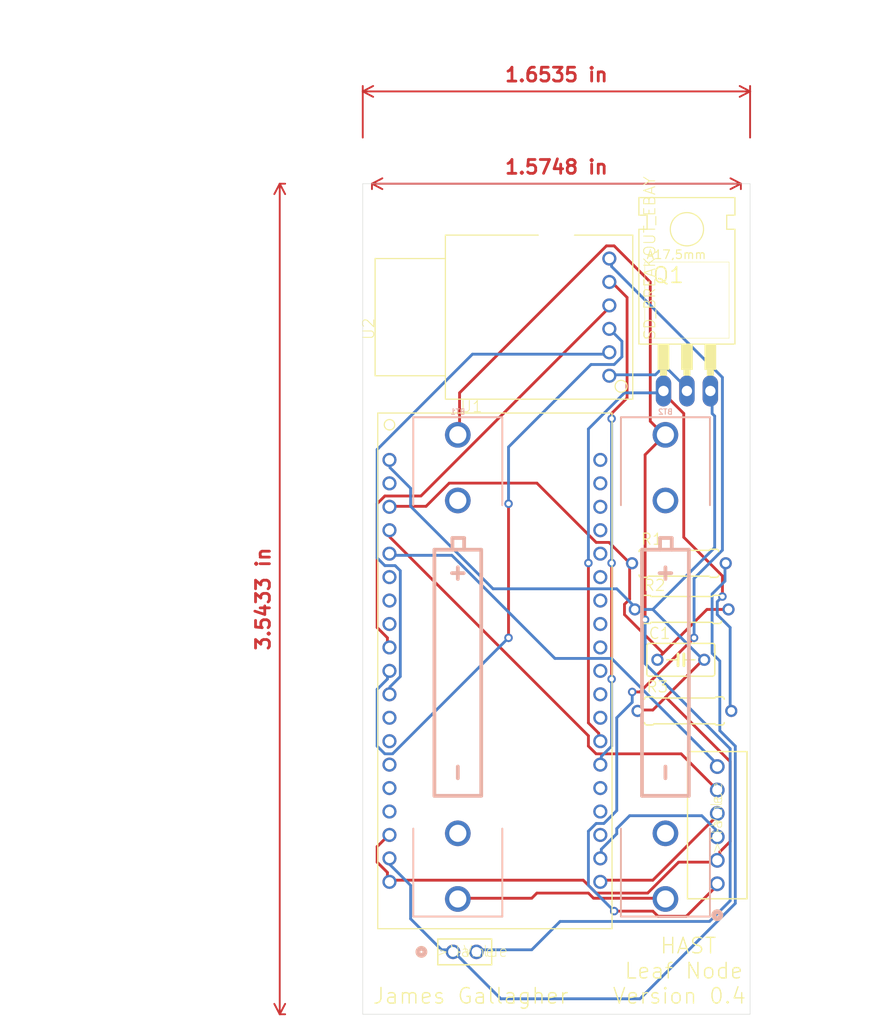
<source format=kicad_pcb>
(kicad_pcb (version 20171130) (host pcbnew "(5.1.6-0)")

  (general
    (thickness 1.6)
    (drawings 9)
    (tracks 231)
    (zones 0)
    (modules 14)
    (nets 39)
  )

  (page A4)
  (layers
    (0 Top signal)
    (31 Bottom signal)
    (32 B.Adhes user)
    (33 F.Adhes user)
    (34 B.Paste user)
    (35 F.Paste user)
    (36 B.SilkS user)
    (37 F.SilkS user)
    (38 B.Mask user)
    (39 F.Mask user)
    (40 Dwgs.User user)
    (41 Cmts.User user)
    (42 Eco1.User user)
    (43 Eco2.User user)
    (44 Edge.Cuts user)
    (45 Margin user)
    (46 B.CrtYd user)
    (47 F.CrtYd user)
    (48 B.Fab user)
    (49 F.Fab user)
  )

  (setup
    (last_trace_width 0.25)
    (trace_clearance 0.1524)
    (zone_clearance 0.508)
    (zone_45_only no)
    (trace_min 0.2)
    (via_size 0.8)
    (via_drill 0.4)
    (via_min_size 0.4)
    (via_min_drill 0.3)
    (uvia_size 0.3)
    (uvia_drill 0.1)
    (uvias_allowed no)
    (uvia_min_size 0.2)
    (uvia_min_drill 0.1)
    (edge_width 0.05)
    (segment_width 0.2)
    (pcb_text_width 0.3)
    (pcb_text_size 1.5 1.5)
    (mod_edge_width 0.12)
    (mod_text_size 1 1)
    (mod_text_width 0.15)
    (pad_size 1.524 1.524)
    (pad_drill 0.762)
    (pad_to_mask_clearance 0.05)
    (aux_axis_origin 0 0)
    (visible_elements FFFFFF7F)
    (pcbplotparams
      (layerselection 0x010fc_ffffffff)
      (usegerberextensions false)
      (usegerberattributes true)
      (usegerberadvancedattributes true)
      (creategerberjobfile true)
      (excludeedgelayer true)
      (linewidth 0.100000)
      (plotframeref false)
      (viasonmask false)
      (mode 1)
      (useauxorigin false)
      (hpglpennumber 1)
      (hpglpenspeed 20)
      (hpglpendiameter 15.000000)
      (psnegative false)
      (psa4output false)
      (plotreference true)
      (plotvalue true)
      (plotinvisibletext false)
      (padsonsilk false)
      (subtractmaskfromsilk false)
      (outputformat 1)
      (mirror false)
      (drillshape 1)
      (scaleselection 1)
      (outputdirectory ""))
  )

  (net 0 "")
  (net 1 VIN)
  (net 2 GND)
  (net 3 V_BATT)
  (net 4 VCC)
  (net 5 "Net-(C1-Pad1)")
  (net 6 "Net-(Q1-Pad1)")
  (net 7 "Net-(Q1-Pad2)")
  (net 8 5V)
  (net 9 VBUS)
  (net 10 "Net-(U1-PadP$112)")
  (net 11 /MISO)
  (net 12 /SCK)
  (net 13 /MOSI)
  (net 14 "Net-(U1-PadP$108)")
  (net 15 "Net-(U1-PadP$107)")
  (net 16 "Net-(U1-PadP$106)")
  (net 17 /A2)
  (net 18 /A1)
  (net 19 "Net-(U1-PadP$102)")
  (net 20 /SDA)
  (net 21 /SCL)
  (net 22 "Net-(U1-PadP$122)")
  (net 23 "Net-(U1-PadP$123)")
  (net 24 "Net-(U1-PadP$124)")
  (net 25 /SS)
  (net 26 "Net-(U1-PadP$127)")
  (net 27 "Net-(U1-PadP$128)")
  (net 28 "Net-(U1-PadP$129)")
  (net 29 "Net-(U1-PadP$130)")
  (net 30 "Net-(U1-PadP$131)")
  (net 31 "Net-(U1-PadP$132)")
  (net 32 "Net-(U1-PadP$133)")
  (net 33 "Net-(U1-PadP$134)")
  (net 34 "Net-(U1-PadP$135)")
  (net 35 "Net-(U1-PadP$136)")
  (net 36 "Net-(U1-PadP$137)")
  (net 37 "Net-(U1-PadP$138)")
  (net 38 "Net-(BAT_GND1-Pad2)")

  (net_class Default "This is the default net class."
    (clearance 0.1524)
    (trace_width 0.25)
    (via_dia 0.8)
    (via_drill 0.4)
    (uvia_dia 0.3)
    (uvia_drill 0.1)
    (add_net /A1)
    (add_net /A2)
    (add_net /MISO)
    (add_net /MOSI)
    (add_net /SCK)
    (add_net /SCL)
    (add_net /SDA)
    (add_net /SS)
    (add_net 5V)
    (add_net GND)
    (add_net "Net-(BAT_GND1-Pad2)")
    (add_net "Net-(C1-Pad1)")
    (add_net "Net-(Q1-Pad1)")
    (add_net "Net-(Q1-Pad2)")
    (add_net "Net-(U1-PadP$102)")
    (add_net "Net-(U1-PadP$106)")
    (add_net "Net-(U1-PadP$107)")
    (add_net "Net-(U1-PadP$108)")
    (add_net "Net-(U1-PadP$112)")
    (add_net "Net-(U1-PadP$122)")
    (add_net "Net-(U1-PadP$123)")
    (add_net "Net-(U1-PadP$124)")
    (add_net "Net-(U1-PadP$127)")
    (add_net "Net-(U1-PadP$128)")
    (add_net "Net-(U1-PadP$129)")
    (add_net "Net-(U1-PadP$130)")
    (add_net "Net-(U1-PadP$131)")
    (add_net "Net-(U1-PadP$132)")
    (add_net "Net-(U1-PadP$133)")
    (add_net "Net-(U1-PadP$134)")
    (add_net "Net-(U1-PadP$135)")
    (add_net "Net-(U1-PadP$136)")
    (add_net "Net-(U1-PadP$137)")
    (add_net "Net-(U1-PadP$138)")
    (add_net VBUS)
    (add_net VCC)
    (add_net VIN)
    (add_net V_BATT)
  )

  (module "" (layer Top) (tedit 0) (tstamp 0)
    (at 148.5011 65.0036)
    (fp_text reference @HOLE0 (at 0 0) (layer F.SilkS) hide
      (effects (font (size 1.27 1.27) (thickness 0.15)))
    )
    (fp_text value "" (at 0 0) (layer F.SilkS)
      (effects (font (size 1.27 1.27) (thickness 0.15)))
    )
    (pad "" np_thru_hole circle (at 0 0) (size 4 4) (drill 4) (layers *.Cu *.Mask))
  )

  (module "" (layer Top) (tedit 0) (tstamp 0)
    (at 148.5011 145.0036)
    (fp_text reference @HOLE1 (at 0 0) (layer F.SilkS) hide
      (effects (font (size 1.27 1.27) (thickness 0.15)))
    )
    (fp_text value "" (at 0 0) (layer F.SilkS)
      (effects (font (size 1.27 1.27) (thickness 0.15)))
    )
    (pad "" np_thru_hole circle (at 0 0) (size 4 4) (drill 4) (layers *.Cu *.Mask))
  )

  (module Soil_moisture:CONN2_LFBN-RC_SUL (layer Top) (tedit 0) (tstamp 604853D1)
    (at 137.2911 143.2436)
    (path /A63FF0F9)
    (fp_text reference BAT_GND1 (at -3.0066 2.635) (layer F.SilkS) hide
      (effects (font (size 1.2065 1.2065) (thickness 0.07239)))
    )
    (fp_text value PPTC021LFBN-RC (at 0 0) (layer F.SilkS) hide
      (effects (font (size 1.27 1.27) (thickness 0.15)))
    )
    (fp_text user >Name (at -2.0066 0.635) (layer F.SilkS)
      (effects (font (size 1.2065 1.2065) (thickness 0.0762)) (justify left bottom))
    )
    (fp_arc (start -3.429 0) (end -3.81 0) (angle 180) (layer B.SilkS) (width 0.508))
    (fp_arc (start -3.429 0) (end -3.048 0) (angle 180) (layer B.SilkS) (width 0.508))
    (fp_arc (start 0 -1.905) (end -0.381 -1.905) (angle 180) (layer F.Fab) (width 0.508))
    (fp_arc (start 0 -1.905) (end 0.381 -1.905) (angle 180) (layer F.Fab) (width 0.508))
    (fp_line (start -1.524 -1.27) (end -1.524 1.27) (layer F.Fab) (width 0.1524))
    (fp_line (start 4.064 -1.27) (end -1.524 -1.27) (layer F.Fab) (width 0.1524))
    (fp_line (start 4.064 1.27) (end 4.064 -1.27) (layer F.Fab) (width 0.1524))
    (fp_line (start -1.524 1.27) (end 4.064 1.27) (layer F.Fab) (width 0.1524))
    (fp_text user >Value (at -0.4572 0.635) (layer F.SilkS)
      (effects (font (size 1.2065 1.2065) (thickness 0.0762)) (justify left bottom))
    )
    (fp_arc (start -3.429 0) (end -3.81 0) (angle 180) (layer F.SilkS) (width 0.508))
    (fp_arc (start -3.429 0) (end -3.048 0) (angle 180) (layer F.SilkS) (width 0.508))
    (fp_line (start -1.651 -1.397) (end -1.651 1.397) (layer F.SilkS) (width 0.1524))
    (fp_line (start 4.191 -1.397) (end -1.651 -1.397) (layer F.SilkS) (width 0.1524))
    (fp_line (start 4.191 1.397) (end 4.191 -1.397) (layer F.SilkS) (width 0.1524))
    (fp_line (start -1.651 1.397) (end 4.191 1.397) (layer F.SilkS) (width 0.1524))
    (pad 2 thru_hole circle (at 2.54 0) (size 1.5748 1.5748) (drill 1.0668) (layers *.Cu *.Mask)
      (net 38 "Net-(BAT_GND1-Pad2)") (solder_mask_margin 0.1016))
    (pad 1 thru_hole circle (at 0 0) (size 1.5748 1.5748) (drill 1.0668) (layers *.Cu *.Mask)
      (net 3 V_BATT) (solder_mask_margin 0.1016))
  )

  (module Soil_moisture:BATTERY-AA-KIT (layer Bottom) (tedit 0) (tstamp 604853E6)
    (at 137.8111 112.3636 270)
    (descr "<h3>AA Battery Clips (KIT Variant)</h3>\n<p>PCB mount clips properly spaced to hold a AA battery</p>\n<p><b>Warning:</b> This is the KIT version of this package. This package has a smaller diameter top stop mask, which doesn't cover the diameter of the pad. This means only the bottom side of the pads' copper will be exposed. You'll only be able to solder to the bottom side.</p>\n<p><a href=\"http://cdn.sparkfun.com/datasheets/Prototyping/M60-2p9.pdf\">Datasheet</a></p>\n<h4>Devices Using</h4>\n<ul><li>BATTERY</li></ul>")
    (path /F95A8982)
    (fp_text reference BT1 (at -27.305 0 180) (layer B.SilkS)
      (effects (font (size 0.57912 0.57912) (thickness 0.115824)) (justify bottom mirror))
    )
    (fp_text value BATTERY-AA_KIT (at -23.241 0 180) (layer B.Fab)
      (effects (font (size 0.57912 0.57912) (thickness 0.115824)) (justify top mirror))
    )
    (fp_poly (pts (xy 18.0594 -0.8636) (xy 18.059399 -0.8636) (xy 17.837813 -0.844609) (xy 17.628712 -0.768859)
      (xy 17.446375 -0.641523) (xy 17.303253 -0.471296) (xy 17.1704 -0.0508) (xy 17.190398 0.177301)
      (xy 17.268752 0.392454) (xy 17.400122 0.579997) (xy 17.575554 0.727148) (xy 18.0086 0.8636)
      (xy 18.235826 0.837007) (xy 18.448431 0.752518) (xy 18.631928 0.615888) (xy 18.773818 0.436427)
      (xy 18.8976 0) (xy 18.8976 0.000001) (xy 18.871893 -0.220661) (xy 18.789951 -0.42715)
      (xy 18.657357 -0.605396) (xy 18.483149 -0.74325) (xy 18.279196 -0.831318)) (layer B.Mask) (width 0))
    (fp_poly (pts (xy 19.3548 -0.0508) (xy 19.336122 0.21504) (xy 19.26594 0.472129) (xy 19.146951 0.710585)
      (xy 18.983728 0.921247) (xy 18.782543 1.096017) (xy 18.551128 1.22818) (xy 18.034 1.3462)
      (xy 17.76739 1.309935) (xy 17.512978 1.222353) (xy 17.280541 1.086821) (xy 17.079011 0.908547)
      (xy 16.916133 0.694381) (xy 16.798167 0.452556) (xy 16.7132 -0.0762) (xy 16.7132 -0.076199)
      (xy 16.743046 -0.328431) (xy 16.821527 -0.569994) (xy 16.945626 -0.791604) (xy 17.110574 -0.984746)
      (xy 17.310034 -1.141996) (xy 17.536338 -1.257313) (xy 18.034 -1.3462) (xy 18.289442 -1.323543)
      (xy 18.535555 -1.251487) (xy 18.762882 -1.132801) (xy 18.962686 -0.972047) (xy 19.12729 -0.775401)
      (xy 19.250367 -0.550421)) (layer F.Mask) (width 0))
    (fp_poly (pts (xy -18.0086 -0.8636) (xy -18.230186 -0.844609) (xy -18.439287 -0.768859) (xy -18.621624 -0.641523)
      (xy -18.764746 -0.471296) (xy -18.8976 -0.0508) (xy -18.877602 0.177301) (xy -18.799248 0.392454)
      (xy -18.667878 0.579997) (xy -18.492446 0.727148) (xy -18.0594 0.8636) (xy -18.059399 0.8636)
      (xy -17.832173 0.837007) (xy -17.619568 0.752518) (xy -17.436071 0.615888) (xy -17.294181 0.436427)
      (xy -17.1704 0) (xy -17.1704 0.000001) (xy -17.196107 -0.220661) (xy -17.278049 -0.42715)
      (xy -17.410643 -0.605396) (xy -17.584851 -0.74325) (xy -17.788804 -0.831318)) (layer B.Mask) (width 0))
    (fp_poly (pts (xy -16.7132 -0.0508) (xy -16.731878 0.21504) (xy -16.80206 0.472129) (xy -16.921049 0.710585)
      (xy -17.084272 0.921247) (xy -17.285457 1.096017) (xy -17.516872 1.22818) (xy -18.034 1.3462)
      (xy -18.30061 1.309935) (xy -18.555022 1.222353) (xy -18.787459 1.086821) (xy -18.988989 0.908547)
      (xy -19.151867 0.694381) (xy -19.269833 0.452556) (xy -19.3548 -0.0762) (xy -19.3548 -0.076199)
      (xy -19.324954 -0.328431) (xy -19.246473 -0.569994) (xy -19.122374 -0.791604) (xy -18.957426 -0.984746)
      (xy -18.757966 -1.141996) (xy -18.531662 -1.257313) (xy -18.034 -1.3462) (xy -17.778558 -1.323543)
      (xy -17.532445 -1.251487) (xy -17.305118 -1.132801) (xy -17.105314 -0.972047) (xy -16.94071 -0.775401)
      (xy -16.817633 -0.550421)) (layer F.Mask) (width 0))
    (fp_poly (pts (xy 25.1714 -0.8636) (xy 25.171399 -0.8636) (xy 24.949813 -0.844609) (xy 24.740712 -0.768859)
      (xy 24.558375 -0.641523) (xy 24.415253 -0.471296) (xy 24.2824 -0.0508) (xy 24.302398 0.177301)
      (xy 24.380752 0.392454) (xy 24.512122 0.579997) (xy 24.687554 0.727148) (xy 25.1206 0.8636)
      (xy 25.347826 0.837007) (xy 25.560431 0.752518) (xy 25.743928 0.615888) (xy 25.885818 0.436427)
      (xy 26.0096 0) (xy 26.0096 0.000001) (xy 25.983893 -0.220661) (xy 25.901951 -0.42715)
      (xy 25.769357 -0.605396) (xy 25.595149 -0.74325) (xy 25.391196 -0.831318)) (layer B.Mask) (width 0))
    (fp_poly (pts (xy 26.4668 -0.0508) (xy 26.448122 0.21504) (xy 26.37794 0.472129) (xy 26.258951 0.710585)
      (xy 26.095728 0.921247) (xy 25.894543 1.096017) (xy 25.663128 1.22818) (xy 25.146 1.3462)
      (xy 24.87939 1.309935) (xy 24.624978 1.222353) (xy 24.392541 1.086821) (xy 24.191011 0.908547)
      (xy 24.028133 0.694381) (xy 23.910167 0.452556) (xy 23.8252 -0.0762) (xy 23.8252 -0.076199)
      (xy 23.855046 -0.328431) (xy 23.933527 -0.569994) (xy 24.057626 -0.791604) (xy 24.222574 -0.984746)
      (xy 24.422034 -1.141996) (xy 24.648338 -1.257313) (xy 25.146 -1.3462) (xy 25.401442 -1.323543)
      (xy 25.647555 -1.251487) (xy 25.874882 -1.132801) (xy 26.074686 -0.972047) (xy 26.23929 -0.775401)
      (xy 26.362367 -0.550421)) (layer F.Mask) (width 0))
    (fp_poly (pts (xy -25.1206 -0.8636) (xy -25.342186 -0.844609) (xy -25.551287 -0.768859) (xy -25.733624 -0.641523)
      (xy -25.876746 -0.471296) (xy -26.0096 -0.0508) (xy -25.989602 0.177301) (xy -25.911248 0.392454)
      (xy -25.779878 0.579997) (xy -25.604446 0.727148) (xy -25.1714 0.8636) (xy -25.171399 0.8636)
      (xy -24.944173 0.837007) (xy -24.731568 0.752518) (xy -24.548071 0.615888) (xy -24.406181 0.436427)
      (xy -24.2824 0) (xy -24.2824 0.000001) (xy -24.308107 -0.220661) (xy -24.390049 -0.42715)
      (xy -24.522643 -0.605396) (xy -24.696851 -0.74325) (xy -24.900804 -0.831318)) (layer B.Mask) (width 0))
    (fp_poly (pts (xy -23.8252 -0.0508) (xy -23.843878 0.21504) (xy -23.91406 0.472129) (xy -24.033049 0.710585)
      (xy -24.196272 0.921247) (xy -24.397457 1.096017) (xy -24.628872 1.22818) (xy -25.146 1.3462)
      (xy -25.41261 1.309935) (xy -25.667022 1.222353) (xy -25.899459 1.086821) (xy -26.100989 0.908547)
      (xy -26.263867 0.694381) (xy -26.381833 0.452556) (xy -26.4668 -0.0762) (xy -26.4668 -0.076199)
      (xy -26.436954 -0.328431) (xy -26.358473 -0.569994) (xy -26.234374 -0.791604) (xy -26.069426 -0.984746)
      (xy -25.869966 -1.141996) (xy -25.643662 -1.257313) (xy -25.146 -1.3462) (xy -24.890558 -1.323543)
      (xy -24.644445 -1.251487) (xy -24.417118 -1.132801) (xy -24.217314 -0.972047) (xy -24.05271 -0.775401)
      (xy -23.929633 -0.550421)) (layer F.Mask) (width 0))
    (fp_line (start -10.16 0.635) (end -10.16 -0.635) (layer B.SilkS) (width 0.4064))
    (fp_line (start -9.525 0) (end -10.795 0) (layer B.SilkS) (width 0.4064))
    (fp_line (start 12.065 0) (end 10.795 0) (layer B.SilkS) (width 0.4064))
    (fp_line (start -13.97 -0.6858) (end -12.7 -0.6858) (layer B.SilkS) (width 0.4064))
    (fp_line (start -13.97 0.5842) (end -13.97 -0.6858) (layer B.SilkS) (width 0.4064))
    (fp_line (start -12.7 0.5842) (end -13.97 0.5842) (layer B.SilkS) (width 0.4064))
    (fp_line (start 13.97 -2.54) (end 13.97 2.54) (layer B.SilkS) (width 0.4064))
    (fp_line (start -12.7 -2.54) (end 13.97 -2.54) (layer B.SilkS) (width 0.4064))
    (fp_line (start -12.7 -0.6858) (end -12.7 -2.54) (layer B.SilkS) (width 0.4064))
    (fp_line (start -12.7 0.5842) (end -12.7 -0.6858) (layer B.SilkS) (width 0.4064))
    (fp_line (start -12.7 2.54) (end -12.7 0.5842) (layer B.SilkS) (width 0.4064))
    (fp_line (start 13.97 2.54) (end -12.7 2.54) (layer B.SilkS) (width 0.4064))
    (fp_line (start 18.9103 -0.0482) (end 24.0131 -0.0457) (layer Cmts.User) (width 0.4064))
    (fp_line (start -24.0157 -0.0482) (end -18.9129 -0.0457) (layer Cmts.User) (width 0.4064))
    (fp_line (start 17.526 -4.826) (end 17.526 4.826) (layer Dwgs.User) (width 0.254))
    (fp_line (start 27.051 -4.826) (end 17.526 -4.826) (layer Dwgs.User) (width 0.254))
    (fp_line (start 27.051 4.826) (end 27.051 -4.826) (layer Dwgs.User) (width 0.254))
    (fp_line (start 17.526 4.826) (end 27.051 4.826) (layer Dwgs.User) (width 0.254))
    (fp_line (start -27.051 4.826) (end -17.526 4.826) (layer B.SilkS) (width 0.2032))
    (fp_line (start -27.051 -4.826) (end -27.051 4.826) (layer B.SilkS) (width 0.2032))
    (fp_line (start -17.526 -4.826) (end -27.051 -4.826) (layer B.SilkS) (width 0.2032))
    (fp_line (start -17.526 4.826) (end -17.526 -4.826) (layer Dwgs.User) (width 0.254))
    (fp_line (start 26.67 -7.62) (end -26.67 -7.62) (layer B.Fab) (width 0.127))
    (fp_line (start -26.67 7.62) (end 26.67 7.62) (layer B.Fab) (width 0.127))
    (fp_line (start 27.051 -4.826) (end 27.051 4.826) (layer B.SilkS) (width 0.2032))
    (fp_line (start 17.526 -4.826) (end 27.051 -4.826) (layer B.SilkS) (width 0.2032))
    (fp_line (start 27.051 4.826) (end 17.526 4.826) (layer B.SilkS) (width 0.2032))
    (fp_line (start -27.051 4.826) (end -17.526 4.826) (layer Dwgs.User) (width 0.254))
    (fp_line (start -27.051 -4.826) (end -27.051 4.826) (layer Dwgs.User) (width 0.254))
    (fp_line (start -17.526 -4.826) (end -27.051 -4.826) (layer Dwgs.User) (width 0.254))
    (pad PWR@2 thru_hole circle (at -18.034 0 180) (size 2.7813 2.7813) (drill 1.8542) (layers *.Cu *.Mask)
      (solder_mask_margin 0.1016))
    (pad PWR@1 thru_hole circle (at -25.146 0 270) (size 2.7813 2.7813) (drill 1.8542) (layers *.Cu *.Mask)
      (net 38 "Net-(BAT_GND1-Pad2)") (solder_mask_margin 0.1016))
    (pad GND@2 thru_hole circle (at 18.034 0 270) (size 2.7813 2.7813) (drill 1.8542) (layers *.Cu *.Mask)
      (solder_mask_margin 0.1016))
    (pad GND@1 thru_hole circle (at 25.146 0 270) (size 2.7813 2.7813) (drill 1.8542) (layers *.Cu *.Mask)
      (net 2 GND) (solder_mask_margin 0.1016))
  )

  (module Soil_moisture:BATTERY-AA-KIT (layer Bottom) (tedit 0) (tstamp 60485413)
    (at 160.3211 112.3636 270)
    (descr "<h3>AA Battery Clips (KIT Variant)</h3>\n<p>PCB mount clips properly spaced to hold a AA battery</p>\n<p><b>Warning:</b> This is the KIT version of this package. This package has a smaller diameter top stop mask, which doesn't cover the diameter of the pad. This means only the bottom side of the pads' copper will be exposed. You'll only be able to solder to the bottom side.</p>\n<p><a href=\"http://cdn.sparkfun.com/datasheets/Prototyping/M60-2p9.pdf\">Datasheet</a></p>\n<h4>Devices Using</h4>\n<ul><li>BATTERY</li></ul>")
    (path /97F002E7)
    (fp_text reference BT2 (at -27.305 0 180) (layer B.SilkS)
      (effects (font (size 0.57912 0.57912) (thickness 0.115824)) (justify bottom mirror))
    )
    (fp_text value BATTERY-AA_KIT (at -23.241 0 180) (layer B.Fab)
      (effects (font (size 0.57912 0.57912) (thickness 0.115824)) (justify top mirror))
    )
    (fp_poly (pts (xy 18.0594 -0.8636) (xy 18.059399 -0.8636) (xy 17.837813 -0.844609) (xy 17.628712 -0.768859)
      (xy 17.446375 -0.641523) (xy 17.303253 -0.471296) (xy 17.1704 -0.0508) (xy 17.190398 0.177301)
      (xy 17.268752 0.392454) (xy 17.400122 0.579997) (xy 17.575554 0.727148) (xy 18.0086 0.8636)
      (xy 18.235826 0.837007) (xy 18.448431 0.752518) (xy 18.631928 0.615888) (xy 18.773818 0.436427)
      (xy 18.8976 0) (xy 18.8976 0.000001) (xy 18.871893 -0.220661) (xy 18.789951 -0.42715)
      (xy 18.657357 -0.605396) (xy 18.483149 -0.74325) (xy 18.279196 -0.831318)) (layer B.Mask) (width 0))
    (fp_poly (pts (xy 19.3548 -0.0508) (xy 19.336122 0.21504) (xy 19.26594 0.472129) (xy 19.146951 0.710585)
      (xy 18.983728 0.921247) (xy 18.782543 1.096017) (xy 18.551128 1.22818) (xy 18.034 1.3462)
      (xy 17.76739 1.309935) (xy 17.512978 1.222353) (xy 17.280541 1.086821) (xy 17.079011 0.908547)
      (xy 16.916133 0.694381) (xy 16.798167 0.452556) (xy 16.7132 -0.0762) (xy 16.7132 -0.076199)
      (xy 16.743046 -0.328431) (xy 16.821527 -0.569994) (xy 16.945626 -0.791604) (xy 17.110574 -0.984746)
      (xy 17.310034 -1.141996) (xy 17.536338 -1.257313) (xy 18.034 -1.3462) (xy 18.289442 -1.323543)
      (xy 18.535555 -1.251487) (xy 18.762882 -1.132801) (xy 18.962686 -0.972047) (xy 19.12729 -0.775401)
      (xy 19.250367 -0.550421)) (layer F.Mask) (width 0))
    (fp_poly (pts (xy -18.0086 -0.8636) (xy -18.230186 -0.844609) (xy -18.439287 -0.768859) (xy -18.621624 -0.641523)
      (xy -18.764746 -0.471296) (xy -18.8976 -0.0508) (xy -18.877602 0.177301) (xy -18.799248 0.392454)
      (xy -18.667878 0.579997) (xy -18.492446 0.727148) (xy -18.0594 0.8636) (xy -18.059399 0.8636)
      (xy -17.832173 0.837007) (xy -17.619568 0.752518) (xy -17.436071 0.615888) (xy -17.294181 0.436427)
      (xy -17.1704 0) (xy -17.1704 0.000001) (xy -17.196107 -0.220661) (xy -17.278049 -0.42715)
      (xy -17.410643 -0.605396) (xy -17.584851 -0.74325) (xy -17.788804 -0.831318)) (layer B.Mask) (width 0))
    (fp_poly (pts (xy -16.7132 -0.0508) (xy -16.731878 0.21504) (xy -16.80206 0.472129) (xy -16.921049 0.710585)
      (xy -17.084272 0.921247) (xy -17.285457 1.096017) (xy -17.516872 1.22818) (xy -18.034 1.3462)
      (xy -18.30061 1.309935) (xy -18.555022 1.222353) (xy -18.787459 1.086821) (xy -18.988989 0.908547)
      (xy -19.151867 0.694381) (xy -19.269833 0.452556) (xy -19.3548 -0.0762) (xy -19.3548 -0.076199)
      (xy -19.324954 -0.328431) (xy -19.246473 -0.569994) (xy -19.122374 -0.791604) (xy -18.957426 -0.984746)
      (xy -18.757966 -1.141996) (xy -18.531662 -1.257313) (xy -18.034 -1.3462) (xy -17.778558 -1.323543)
      (xy -17.532445 -1.251487) (xy -17.305118 -1.132801) (xy -17.105314 -0.972047) (xy -16.94071 -0.775401)
      (xy -16.817633 -0.550421)) (layer F.Mask) (width 0))
    (fp_poly (pts (xy 25.1714 -0.8636) (xy 25.171399 -0.8636) (xy 24.949813 -0.844609) (xy 24.740712 -0.768859)
      (xy 24.558375 -0.641523) (xy 24.415253 -0.471296) (xy 24.2824 -0.0508) (xy 24.302398 0.177301)
      (xy 24.380752 0.392454) (xy 24.512122 0.579997) (xy 24.687554 0.727148) (xy 25.1206 0.8636)
      (xy 25.347826 0.837007) (xy 25.560431 0.752518) (xy 25.743928 0.615888) (xy 25.885818 0.436427)
      (xy 26.0096 0) (xy 26.0096 0.000001) (xy 25.983893 -0.220661) (xy 25.901951 -0.42715)
      (xy 25.769357 -0.605396) (xy 25.595149 -0.74325) (xy 25.391196 -0.831318)) (layer B.Mask) (width 0))
    (fp_poly (pts (xy 26.4668 -0.0508) (xy 26.448122 0.21504) (xy 26.37794 0.472129) (xy 26.258951 0.710585)
      (xy 26.095728 0.921247) (xy 25.894543 1.096017) (xy 25.663128 1.22818) (xy 25.146 1.3462)
      (xy 24.87939 1.309935) (xy 24.624978 1.222353) (xy 24.392541 1.086821) (xy 24.191011 0.908547)
      (xy 24.028133 0.694381) (xy 23.910167 0.452556) (xy 23.8252 -0.0762) (xy 23.8252 -0.076199)
      (xy 23.855046 -0.328431) (xy 23.933527 -0.569994) (xy 24.057626 -0.791604) (xy 24.222574 -0.984746)
      (xy 24.422034 -1.141996) (xy 24.648338 -1.257313) (xy 25.146 -1.3462) (xy 25.401442 -1.323543)
      (xy 25.647555 -1.251487) (xy 25.874882 -1.132801) (xy 26.074686 -0.972047) (xy 26.23929 -0.775401)
      (xy 26.362367 -0.550421)) (layer F.Mask) (width 0))
    (fp_poly (pts (xy -25.1206 -0.8636) (xy -25.342186 -0.844609) (xy -25.551287 -0.768859) (xy -25.733624 -0.641523)
      (xy -25.876746 -0.471296) (xy -26.0096 -0.0508) (xy -25.989602 0.177301) (xy -25.911248 0.392454)
      (xy -25.779878 0.579997) (xy -25.604446 0.727148) (xy -25.1714 0.8636) (xy -25.171399 0.8636)
      (xy -24.944173 0.837007) (xy -24.731568 0.752518) (xy -24.548071 0.615888) (xy -24.406181 0.436427)
      (xy -24.2824 0) (xy -24.2824 0.000001) (xy -24.308107 -0.220661) (xy -24.390049 -0.42715)
      (xy -24.522643 -0.605396) (xy -24.696851 -0.74325) (xy -24.900804 -0.831318)) (layer B.Mask) (width 0))
    (fp_poly (pts (xy -23.8252 -0.0508) (xy -23.843878 0.21504) (xy -23.91406 0.472129) (xy -24.033049 0.710585)
      (xy -24.196272 0.921247) (xy -24.397457 1.096017) (xy -24.628872 1.22818) (xy -25.146 1.3462)
      (xy -25.41261 1.309935) (xy -25.667022 1.222353) (xy -25.899459 1.086821) (xy -26.100989 0.908547)
      (xy -26.263867 0.694381) (xy -26.381833 0.452556) (xy -26.4668 -0.0762) (xy -26.4668 -0.076199)
      (xy -26.436954 -0.328431) (xy -26.358473 -0.569994) (xy -26.234374 -0.791604) (xy -26.069426 -0.984746)
      (xy -25.869966 -1.141996) (xy -25.643662 -1.257313) (xy -25.146 -1.3462) (xy -24.890558 -1.323543)
      (xy -24.644445 -1.251487) (xy -24.417118 -1.132801) (xy -24.217314 -0.972047) (xy -24.05271 -0.775401)
      (xy -23.929633 -0.550421)) (layer F.Mask) (width 0))
    (fp_line (start -10.16 0.635) (end -10.16 -0.635) (layer B.SilkS) (width 0.4064))
    (fp_line (start -9.525 0) (end -10.795 0) (layer B.SilkS) (width 0.4064))
    (fp_line (start 12.065 0) (end 10.795 0) (layer B.SilkS) (width 0.4064))
    (fp_line (start -13.97 -0.6858) (end -12.7 -0.6858) (layer B.SilkS) (width 0.4064))
    (fp_line (start -13.97 0.5842) (end -13.97 -0.6858) (layer B.SilkS) (width 0.4064))
    (fp_line (start -12.7 0.5842) (end -13.97 0.5842) (layer B.SilkS) (width 0.4064))
    (fp_line (start 13.97 -2.54) (end 13.97 2.54) (layer B.SilkS) (width 0.4064))
    (fp_line (start -12.7 -2.54) (end 13.97 -2.54) (layer B.SilkS) (width 0.4064))
    (fp_line (start -12.7 -0.6858) (end -12.7 -2.54) (layer B.SilkS) (width 0.4064))
    (fp_line (start -12.7 0.5842) (end -12.7 -0.6858) (layer B.SilkS) (width 0.4064))
    (fp_line (start -12.7 2.54) (end -12.7 0.5842) (layer B.SilkS) (width 0.4064))
    (fp_line (start 13.97 2.54) (end -12.7 2.54) (layer B.SilkS) (width 0.4064))
    (fp_line (start 18.9103 -0.0482) (end 24.0131 -0.0457) (layer Cmts.User) (width 0.4064))
    (fp_line (start -24.0157 -0.0482) (end -18.9129 -0.0457) (layer Cmts.User) (width 0.4064))
    (fp_line (start 17.526 -4.826) (end 17.526 4.826) (layer Dwgs.User) (width 0.254))
    (fp_line (start 27.051 -4.826) (end 17.526 -4.826) (layer Dwgs.User) (width 0.254))
    (fp_line (start 27.051 4.826) (end 27.051 -4.826) (layer Dwgs.User) (width 0.254))
    (fp_line (start 17.526 4.826) (end 27.051 4.826) (layer Dwgs.User) (width 0.254))
    (fp_line (start -27.051 4.826) (end -17.526 4.826) (layer B.SilkS) (width 0.2032))
    (fp_line (start -27.051 -4.826) (end -27.051 4.826) (layer B.SilkS) (width 0.2032))
    (fp_line (start -17.526 -4.826) (end -27.051 -4.826) (layer B.SilkS) (width 0.2032))
    (fp_line (start -17.526 4.826) (end -17.526 -4.826) (layer Dwgs.User) (width 0.254))
    (fp_line (start 26.67 -7.62) (end -26.67 -7.62) (layer B.Fab) (width 0.127))
    (fp_line (start -26.67 7.62) (end 26.67 7.62) (layer B.Fab) (width 0.127))
    (fp_line (start 27.051 -4.826) (end 27.051 4.826) (layer B.SilkS) (width 0.2032))
    (fp_line (start 17.526 -4.826) (end 27.051 -4.826) (layer B.SilkS) (width 0.2032))
    (fp_line (start 27.051 4.826) (end 17.526 4.826) (layer B.SilkS) (width 0.2032))
    (fp_line (start -27.051 4.826) (end -17.526 4.826) (layer Dwgs.User) (width 0.254))
    (fp_line (start -27.051 -4.826) (end -27.051 4.826) (layer Dwgs.User) (width 0.254))
    (fp_line (start -17.526 -4.826) (end -27.051 -4.826) (layer Dwgs.User) (width 0.254))
    (pad PWR@2 thru_hole circle (at -18.034 0 180) (size 2.7813 2.7813) (drill 1.8542) (layers *.Cu *.Mask)
      (solder_mask_margin 0.1016))
    (pad PWR@1 thru_hole circle (at -25.146 0 270) (size 2.7813 2.7813) (drill 1.8542) (layers *.Cu *.Mask)
      (net 38 "Net-(BAT_GND1-Pad2)") (solder_mask_margin 0.1016))
    (pad GND@2 thru_hole circle (at 18.034 0 270) (size 2.7813 2.7813) (drill 1.8542) (layers *.Cu *.Mask)
      (solder_mask_margin 0.1016))
    (pad GND@1 thru_hole circle (at 25.146 0 270) (size 2.7813 2.7813) (drill 1.8542) (layers *.Cu *.Mask)
      (net 2 GND) (solder_mask_margin 0.1016))
  )

  (module Soil_moisture:C050-035X075 (layer Top) (tedit 0) (tstamp 60485440)
    (at 161.9911 111.5936)
    (descr "<b>CAPACITOR</b><p>\ngrid 5 mm, outline 3.5 x 7.5 mm")
    (path /E6F55D96)
    (fp_text reference C1 (at -3.556 -2.159) (layer F.SilkS)
      (effects (font (size 1.2065 1.2065) (thickness 0.12065)) (justify left bottom))
    )
    (fp_text value 100nF (at -3.556 3.429) (layer F.Fab)
      (effects (font (size 1.2065 1.2065) (thickness 0.12065)) (justify left bottom))
    )
    (fp_arc (start -3.429 -1.524) (end -3.683 -1.524) (angle 90) (layer F.SilkS) (width 0.1524))
    (fp_arc (start -3.429 1.524) (end -3.683 1.524) (angle -90) (layer F.SilkS) (width 0.1524))
    (fp_arc (start 3.429 1.524) (end 3.429 1.778) (angle -90) (layer F.SilkS) (width 0.1524))
    (fp_arc (start 3.429 -1.524) (end 3.429 -1.778) (angle 90) (layer F.SilkS) (width 0.1524))
    (fp_line (start 3.429 -1.778) (end -3.429 -1.778) (layer F.SilkS) (width 0.1524))
    (fp_line (start 3.683 1.524) (end 3.683 -1.524) (layer F.SilkS) (width 0.1524))
    (fp_line (start -3.429 1.778) (end 3.429 1.778) (layer F.SilkS) (width 0.1524))
    (fp_line (start -3.683 -1.524) (end -3.683 1.524) (layer F.SilkS) (width 0.1524))
    (fp_line (start 0.3302 0) (end 1.524 0) (layer F.SilkS) (width 0.1524))
    (fp_line (start 0.3302 0) (end 0.3302 0.635) (layer F.SilkS) (width 0.3048))
    (fp_line (start 0.3302 -0.635) (end 0.3302 0) (layer F.SilkS) (width 0.3048))
    (fp_line (start -0.3048 0) (end -1.524 0) (layer F.SilkS) (width 0.1524))
    (fp_line (start -0.3048 0) (end -0.3048 0.635) (layer F.SilkS) (width 0.3048))
    (fp_line (start -0.3048 -0.635) (end -0.3048 0) (layer F.SilkS) (width 0.3048))
    (pad 2 thru_hole circle (at 2.54 0) (size 1.3208 1.3208) (drill 0.8128) (layers *.Cu *.Mask)
      (net 2 GND) (solder_mask_margin 0.1016))
    (pad 1 thru_hole circle (at -2.54 0) (size 1.3208 1.3208) (drill 0.8128) (layers *.Cu *.Mask)
      (net 5 "Net-(C1-Pad1)") (solder_mask_margin 0.1016))
  )

  (module Soil_moisture:CREATIVE_COMMONS (layer Top) (tedit 0) (tstamp 60485453)
    (at 108.4911 47.2936)
    (descr "<h3>Creative Commons License Template</h3>\n<p>CC BY-SA 4.0 License with <a href=\"https://creativecommons.org/licenses/by-sa/4.0/\">link to license</a> and placeholder for designer name.</p>\n<p>Devices using:\n<ul><li>FRAME_LEDGER</li>\n<li>FRAME_LETTER</li></ul></p>")
    (path /7D0788B5)
    (fp_text reference FRAME1 (at 0 0) (layer F.SilkS) hide
      (effects (font (size 1.27 1.27) (thickness 0.15)))
    )
    (fp_text value FRAME-LETTER (at 0 0) (layer F.SilkS) hide
      (effects (font (size 1.27 1.27) (thickness 0.15)))
    )
    (fp_text user "Designed by:" (at 11.43 0) (layer F.Fab)
      (effects (font (size 1.6891 1.6891) (thickness 0.14224)) (justify left bottom))
    )
    (fp_text user " https://creativecommons.org/licenses/by-sa/4.0/" (at 0 -2.54) (layer F.Fab)
      (effects (font (size 1.6891 1.6891) (thickness 0.14224)) (justify left bottom))
    )
    (fp_text user "Released under the Creative Commons Attribution Share-Alike 4.0 License" (at -20.32 -5.08) (layer F.Fab)
      (effects (font (size 1.6891 1.6891) (thickness 0.14224)) (justify left bottom))
    )
  )

  (module Soil_moisture:CONN_1725698_PXC (layer Top) (tedit 0) (tstamp 60485459)
    (at 165.9411 135.8636 90)
    (path /92202B0B)
    (fp_text reference J1 (at 3.0734 0.635 90) (layer F.SilkS) hide
      (effects (font (size 1.2065 1.2065) (thickness 0.07239)))
    )
    (fp_text value 1725698 (at 4.6228 0.635 90) (layer F.SilkS) hide
      (effects (font (size 1.2065 1.2065) (thickness 0.07239)))
    )
    (fp_text user >Name (at 3.0734 0.635 90) (layer F.SilkS)
      (effects (font (size 1.2065 1.2065) (thickness 0.0762)) (justify left bottom))
    )
    (fp_arc (start -3.4036 0) (end -3.7846 0) (angle 180) (layer B.SilkS) (width 0.508))
    (fp_arc (start -3.4036 0) (end -3.0226 0) (angle 180) (layer B.SilkS) (width 0.508))
    (fp_arc (start 0 -1.905) (end -0.381 -1.905) (angle 180) (layer F.Fab) (width 0.508))
    (fp_arc (start 0 -1.905) (end 0.381 -1.905) (angle 180) (layer F.Fab) (width 0.508))
    (fp_line (start -1.4986 -3.0988) (end -1.4986 3.0988) (layer F.Fab) (width 0.1524))
    (fp_line (start 14.1986 -3.0988) (end -1.4986 -3.0988) (layer F.Fab) (width 0.1524))
    (fp_line (start 14.1986 3.0988) (end 14.1986 -3.0988) (layer F.Fab) (width 0.1524))
    (fp_line (start -1.4986 3.0988) (end 14.1986 3.0988) (layer F.Fab) (width 0.1524))
    (fp_text user >Value (at 4.6228 0.635 90) (layer F.SilkS)
      (effects (font (size 1.2065 1.2065) (thickness 0.0762)) (justify left bottom))
    )
    (fp_arc (start -3.4036 0) (end -3.7846 0) (angle 180) (layer F.SilkS) (width 0.508))
    (fp_arc (start -3.4036 0) (end -3.0226 0) (angle 180) (layer F.SilkS) (width 0.508))
    (fp_line (start -1.6256 -3.2258) (end -1.6256 3.2258) (layer F.SilkS) (width 0.1524))
    (fp_line (start 14.3256 -3.2258) (end -1.6256 -3.2258) (layer F.SilkS) (width 0.1524))
    (fp_line (start 14.3256 3.2258) (end 14.3256 -3.2258) (layer F.SilkS) (width 0.1524))
    (fp_line (start -1.6256 3.2258) (end 14.3256 3.2258) (layer F.SilkS) (width 0.1524))
    (pad 6 thru_hole circle (at 12.7 0 90) (size 1.6002 1.6002) (drill 1.0922) (layers *.Cu *.Mask)
      (net 17 /A2) (solder_mask_margin 0.1016))
    (pad 5 thru_hole circle (at 10.16 0 90) (size 1.6002 1.6002) (drill 1.0922) (layers *.Cu *.Mask)
      (net 18 /A1) (solder_mask_margin 0.1016))
    (pad 4 thru_hole circle (at 7.62 0 90) (size 1.6002 1.6002) (drill 1.0922) (layers *.Cu *.Mask)
      (net 20 /SDA) (solder_mask_margin 0.1016))
    (pad 3 thru_hole circle (at 5.08 0 90) (size 1.6002 1.6002) (drill 1.0922) (layers *.Cu *.Mask)
      (net 21 /SCL) (solder_mask_margin 0.1016))
    (pad 2 thru_hole circle (at 2.54 0 90) (size 1.6002 1.6002) (drill 1.0922) (layers *.Cu *.Mask)
      (net 2 GND) (solder_mask_margin 0.1016))
    (pad 1 thru_hole circle (at 0 0 90) (size 1.6002 1.6002) (drill 1.0922) (layers *.Cu *.Mask)
      (net 4 VCC) (solder_mask_margin 0.1016))
  )

  (module Soil_moisture:TO220 (layer Top) (tedit 0) (tstamp 60485472)
    (at 162.6511 76.1136)
    (descr "<b>TO 220 horizontal</b>")
    (path /C8A726E4)
    (fp_text reference Q1 (at -3.81 -5.207) (layer F.SilkS)
      (effects (font (size 1.6891 1.6891) (thickness 0.16891)) (justify left bottom))
    )
    (fp_text value FDP7030BL (at -3.937 -2.54) (layer F.Fab)
      (effects (font (size 0.9652 0.9652) (thickness 0.09652)) (justify left bottom))
    )
    (fp_poly (pts (xy 2.159 6.604) (xy 2.921 6.604) (xy 2.921 4.699) (xy 2.159 4.699)) (layer F.Fab) (width 0))
    (fp_poly (pts (xy -0.381 6.604) (xy 0.381 6.604) (xy 0.381 4.699) (xy -0.381 4.699)) (layer F.Fab) (width 0))
    (fp_poly (pts (xy -2.921 6.604) (xy -2.159 6.604) (xy -2.159 4.699) (xy -2.921 4.699)) (layer F.Fab) (width 0))
    (fp_poly (pts (xy 1.905 4.064) (xy 3.175 4.064) (xy 3.175 1.27) (xy 1.905 1.27)) (layer F.SilkS) (width 0))
    (fp_poly (pts (xy -0.635 4.064) (xy 0.635 4.064) (xy 0.635 1.27) (xy -0.635 1.27)) (layer F.SilkS) (width 0))
    (fp_poly (pts (xy -3.175 4.064) (xy -1.905 4.064) (xy -1.905 1.27) (xy -3.175 1.27)) (layer F.SilkS) (width 0))
    (fp_poly (pts (xy -2.921 4.699) (xy -2.159 4.699) (xy -2.159 4.064) (xy -2.921 4.064)) (layer F.SilkS) (width 0))
    (fp_poly (pts (xy -0.381 4.699) (xy 0.381 4.699) (xy 0.381 4.064) (xy -0.381 4.064)) (layer F.SilkS) (width 0))
    (fp_poly (pts (xy 2.159 4.699) (xy 2.921 4.699) (xy 2.921 4.064) (xy 2.159 4.064)) (layer F.SilkS) (width 0))
    (fp_text user 3 (at 1.905 0) (layer F.Fab)
      (effects (font (size 1.2065 1.2065) (thickness 0.127)) (justify left bottom))
    )
    (fp_text user 2 (at -0.635 0) (layer F.Fab)
      (effects (font (size 1.2065 1.2065) (thickness 0.127)) (justify left bottom))
    )
    (fp_text user 1 (at -3.175 0) (layer F.Fab)
      (effects (font (size 1.2065 1.2065) (thickness 0.127)) (justify left bottom))
    )
    (fp_text user A17,5mm (at -4.445 -7.874) (layer F.SilkS)
      (effects (font (size 0.94107 0.94107) (thickness 0.118872)) (justify left bottom))
    )
    (fp_circle (center 0 -11.176) (end 2.0955 -11.176) (layer Dwgs.User) (width 4.191))
    (fp_circle (center 0 -11.176) (end 2.0955 -11.176) (layer Dwgs.User) (width 4.191))
    (fp_circle (center 0 -11.176) (end 1.8034 -11.176) (layer F.SilkS) (width 0.127))
    (fp_line (start -4.572 0.635) (end -4.572 -7.62) (layer F.SilkS) (width 0.0508))
    (fp_line (start 4.572 -7.62) (end -4.572 -7.62) (layer F.SilkS) (width 0.0508))
    (fp_line (start 4.572 -7.62) (end 4.572 0.635) (layer F.SilkS) (width 0.0508))
    (fp_line (start -4.572 0.635) (end 4.572 0.635) (layer F.SilkS) (width 0.0508))
    (fp_line (start -5.207 -12.7) (end -5.207 -14.605) (layer F.SilkS) (width 0.127))
    (fp_line (start -4.318 -12.7) (end -5.207 -12.7) (layer F.SilkS) (width 0.127))
    (fp_line (start -4.318 -11.176) (end -4.318 -12.7) (layer F.SilkS) (width 0.127))
    (fp_line (start -5.207 -11.176) (end -4.318 -11.176) (layer F.SilkS) (width 0.127))
    (fp_line (start -5.207 1.27) (end -5.207 -11.176) (layer F.SilkS) (width 0.127))
    (fp_line (start 5.207 -12.7) (end 5.207 -14.605) (layer F.SilkS) (width 0.127))
    (fp_line (start 4.318 -12.7) (end 5.207 -12.7) (layer F.SilkS) (width 0.127))
    (fp_line (start 4.318 -11.176) (end 4.318 -12.7) (layer F.SilkS) (width 0.127))
    (fp_line (start 5.207 -11.176) (end 4.318 -11.176) (layer F.SilkS) (width 0.127))
    (fp_line (start 5.207 1.27) (end 5.207 -11.176) (layer F.SilkS) (width 0.127))
    (fp_line (start 5.207 -14.605) (end -5.207 -14.605) (layer F.SilkS) (width 0.127))
    (fp_line (start -5.207 1.27) (end 5.207 1.27) (layer F.SilkS) (width 0.127))
    (pad "" np_thru_hole circle (at 0 -11.176) (size 3.302 3.302) (drill 3.302) (layers *.Cu *.Mask))
    (pad 3 thru_hole oval (at 2.54 6.35 90) (size 3.3528 1.6764) (drill 1.1176) (layers *.Cu *.Mask)
      (net 2 GND) (solder_mask_margin 0.1016))
    (pad 2 thru_hole oval (at 0 6.35 90) (size 3.3528 1.6764) (drill 1.1176) (layers *.Cu *.Mask)
      (net 7 "Net-(Q1-Pad2)") (solder_mask_margin 0.1016))
    (pad 1 thru_hole oval (at -2.54 6.35 90) (size 3.3528 1.6764) (drill 1.1176) (layers *.Cu *.Mask)
      (net 6 "Net-(Q1-Pad1)") (solder_mask_margin 0.1016))
  )

  (module Soil_moisture:0309_10 (layer Top) (tedit 0) (tstamp 60485499)
    (at 161.7811 101.1336)
    (descr "<b>RESISTOR</b><p>\ntype 0309, grid 10mm")
    (path /02EA5A8E)
    (fp_text reference R1 (at -4.191 -1.905) (layer F.SilkS)
      (effects (font (size 1.2065 1.2065) (thickness 0.12065)) (justify left bottom))
    )
    (fp_text value 1M (at -3.175 0.6858) (layer F.Fab)
      (effects (font (size 1.2065 1.2065) (thickness 0.12065)) (justify left bottom))
    )
    (fp_poly (pts (xy 4.318 0.3048) (xy 4.6228 0.3048) (xy 4.6228 -0.3048) (xy 4.318 -0.3048)) (layer F.Fab) (width 0))
    (fp_poly (pts (xy -4.6228 0.3048) (xy -4.318 0.3048) (xy -4.318 -0.3048) (xy -4.6228 -0.3048)) (layer F.Fab) (width 0))
    (fp_line (start 5.08 0) (end 4.699 0) (layer F.Fab) (width 0.6096))
    (fp_line (start 4.318 1.27) (end 4.318 -1.27) (layer F.Fab) (width 0.1524))
    (fp_line (start 4.064 1.524) (end 3.429 1.524) (layer F.SilkS) (width 0.1524))
    (fp_line (start 4.064 -1.524) (end 3.429 -1.524) (layer F.SilkS) (width 0.1524))
    (fp_line (start 3.302 1.397) (end -3.302 1.397) (layer F.SilkS) (width 0.1524))
    (fp_line (start 3.302 1.397) (end 3.429 1.524) (layer F.SilkS) (width 0.1524))
    (fp_line (start 3.302 -1.397) (end -3.302 -1.397) (layer F.SilkS) (width 0.1524))
    (fp_line (start 3.302 -1.397) (end 3.429 -1.524) (layer F.SilkS) (width 0.1524))
    (fp_line (start -3.302 1.397) (end -3.429 1.524) (layer F.SilkS) (width 0.1524))
    (fp_line (start -4.064 1.524) (end -3.429 1.524) (layer F.SilkS) (width 0.1524))
    (fp_line (start -3.302 -1.397) (end -3.429 -1.524) (layer F.SilkS) (width 0.1524))
    (fp_line (start -4.064 -1.524) (end -3.429 -1.524) (layer F.SilkS) (width 0.1524))
    (fp_line (start -4.318 1.27) (end -4.318 -1.27) (layer F.Fab) (width 0.1524))
    (fp_arc (start 4.064 -1.27) (end 4.064 -1.524) (angle 90) (layer F.SilkS) (width 0.1524))
    (fp_arc (start 4.064 1.27) (end 4.064 1.524) (angle -90) (layer F.SilkS) (width 0.1524))
    (fp_arc (start -4.064 1.27) (end -4.318 1.27) (angle -90) (layer F.SilkS) (width 0.1524))
    (fp_arc (start -4.064 -1.27) (end -4.318 -1.27) (angle 90) (layer F.SilkS) (width 0.1524))
    (fp_line (start -4.699 0) (end -5.08 0) (layer F.Fab) (width 0.6096))
    (pad 2 thru_hole circle (at 5.08 0) (size 1.3208 1.3208) (drill 0.8128) (layers *.Cu *.Mask)
      (net 3 V_BATT) (solder_mask_margin 0.1016))
    (pad 1 thru_hole circle (at -5.08 0) (size 1.3208 1.3208) (drill 0.8128) (layers *.Cu *.Mask)
      (net 5 "Net-(C1-Pad1)") (solder_mask_margin 0.1016))
  )

  (module Soil_moisture:0309_10 (layer Top) (tedit 0) (tstamp 604854B2)
    (at 162.0811 106.1336)
    (descr "<b>RESISTOR</b><p>\ntype 0309, grid 10mm")
    (path /B1FB762C)
    (fp_text reference R2 (at -4.191 -1.905) (layer F.SilkS)
      (effects (font (size 1.2065 1.2065) (thickness 0.12065)) (justify left bottom))
    )
    (fp_text value 3M3 (at -3.175 0.6858) (layer F.Fab)
      (effects (font (size 1.2065 1.2065) (thickness 0.12065)) (justify left bottom))
    )
    (fp_poly (pts (xy 4.318 0.3048) (xy 4.6228 0.3048) (xy 4.6228 -0.3048) (xy 4.318 -0.3048)) (layer F.Fab) (width 0))
    (fp_poly (pts (xy -4.6228 0.3048) (xy -4.318 0.3048) (xy -4.318 -0.3048) (xy -4.6228 -0.3048)) (layer F.Fab) (width 0))
    (fp_line (start 5.08 0) (end 4.699 0) (layer F.Fab) (width 0.6096))
    (fp_line (start 4.318 1.27) (end 4.318 -1.27) (layer F.Fab) (width 0.1524))
    (fp_line (start 4.064 1.524) (end 3.429 1.524) (layer F.SilkS) (width 0.1524))
    (fp_line (start 4.064 -1.524) (end 3.429 -1.524) (layer F.SilkS) (width 0.1524))
    (fp_line (start 3.302 1.397) (end -3.302 1.397) (layer F.SilkS) (width 0.1524))
    (fp_line (start 3.302 1.397) (end 3.429 1.524) (layer F.SilkS) (width 0.1524))
    (fp_line (start 3.302 -1.397) (end -3.302 -1.397) (layer F.SilkS) (width 0.1524))
    (fp_line (start 3.302 -1.397) (end 3.429 -1.524) (layer F.SilkS) (width 0.1524))
    (fp_line (start -3.302 1.397) (end -3.429 1.524) (layer F.SilkS) (width 0.1524))
    (fp_line (start -4.064 1.524) (end -3.429 1.524) (layer F.SilkS) (width 0.1524))
    (fp_line (start -3.302 -1.397) (end -3.429 -1.524) (layer F.SilkS) (width 0.1524))
    (fp_line (start -4.064 -1.524) (end -3.429 -1.524) (layer F.SilkS) (width 0.1524))
    (fp_line (start -4.318 1.27) (end -4.318 -1.27) (layer F.Fab) (width 0.1524))
    (fp_arc (start 4.064 -1.27) (end 4.064 -1.524) (angle 90) (layer F.SilkS) (width 0.1524))
    (fp_arc (start 4.064 1.27) (end 4.064 1.524) (angle -90) (layer F.SilkS) (width 0.1524))
    (fp_arc (start -4.064 1.27) (end -4.318 1.27) (angle -90) (layer F.SilkS) (width 0.1524))
    (fp_arc (start -4.064 -1.27) (end -4.318 -1.27) (angle 90) (layer F.SilkS) (width 0.1524))
    (fp_line (start -4.699 0) (end -5.08 0) (layer F.Fab) (width 0.6096))
    (pad 2 thru_hole circle (at 5.08 0) (size 1.3208 1.3208) (drill 0.8128) (layers *.Cu *.Mask)
      (net 5 "Net-(C1-Pad1)") (solder_mask_margin 0.1016))
    (pad 1 thru_hole circle (at -5.08 0) (size 1.3208 1.3208) (drill 0.8128) (layers *.Cu *.Mask)
      (net 2 GND) (solder_mask_margin 0.1016))
  )

  (module Soil_moisture:0309_10 (layer Top) (tedit 0) (tstamp 604854CB)
    (at 162.3811 117.1336)
    (descr "<b>RESISTOR</b><p>\ntype 0309, grid 10mm")
    (path /D85E66C8)
    (fp_text reference R3 (at -4.191 -1.905) (layer F.SilkS)
      (effects (font (size 1.2065 1.2065) (thickness 0.12065)) (justify left bottom))
    )
    (fp_text value 10K (at -1.175 0.6858) (layer F.Fab)
      (effects (font (size 1.2065 1.2065) (thickness 0.12065)) (justify left bottom))
    )
    (fp_poly (pts (xy 4.318 0.3048) (xy 4.6228 0.3048) (xy 4.6228 -0.3048) (xy 4.318 -0.3048)) (layer F.Fab) (width 0))
    (fp_poly (pts (xy -4.6228 0.3048) (xy -4.318 0.3048) (xy -4.318 -0.3048) (xy -4.6228 -0.3048)) (layer F.Fab) (width 0))
    (fp_line (start 5.08 0) (end 4.699 0) (layer F.Fab) (width 0.6096))
    (fp_line (start 4.318 1.27) (end 4.318 -1.27) (layer F.Fab) (width 0.1524))
    (fp_line (start 4.064 1.524) (end 3.429 1.524) (layer F.SilkS) (width 0.1524))
    (fp_line (start 4.064 -1.524) (end 3.429 -1.524) (layer F.SilkS) (width 0.1524))
    (fp_line (start 3.302 1.397) (end -3.302 1.397) (layer F.SilkS) (width 0.1524))
    (fp_line (start 3.302 1.397) (end 3.429 1.524) (layer F.SilkS) (width 0.1524))
    (fp_line (start 3.302 -1.397) (end -3.302 -1.397) (layer F.SilkS) (width 0.1524))
    (fp_line (start 3.302 -1.397) (end 3.429 -1.524) (layer F.SilkS) (width 0.1524))
    (fp_line (start -3.302 1.397) (end -3.429 1.524) (layer F.SilkS) (width 0.1524))
    (fp_line (start -4.064 1.524) (end -3.429 1.524) (layer F.SilkS) (width 0.1524))
    (fp_line (start -3.302 -1.397) (end -3.429 -1.524) (layer F.SilkS) (width 0.1524))
    (fp_line (start -4.064 -1.524) (end -3.429 -1.524) (layer F.SilkS) (width 0.1524))
    (fp_line (start -4.318 1.27) (end -4.318 -1.27) (layer F.Fab) (width 0.1524))
    (fp_arc (start 4.064 -1.27) (end 4.064 -1.524) (angle 90) (layer F.SilkS) (width 0.1524))
    (fp_arc (start 4.064 1.27) (end 4.064 1.524) (angle -90) (layer F.SilkS) (width 0.1524))
    (fp_arc (start -4.064 1.27) (end -4.318 1.27) (angle -90) (layer F.SilkS) (width 0.1524))
    (fp_arc (start -4.064 -1.27) (end -4.318 -1.27) (angle 90) (layer F.SilkS) (width 0.1524))
    (fp_line (start -4.699 0) (end -5.08 0) (layer F.Fab) (width 0.6096))
    (pad 2 thru_hole circle (at 5.08 0) (size 1.3208 1.3208) (drill 0.8128) (layers *.Cu *.Mask)
      (net 6 "Net-(Q1-Pad1)") (solder_mask_margin 0.1016))
    (pad 1 thru_hole circle (at -5.08 0) (size 1.3208 1.3208) (drill 0.8128) (layers *.Cu *.Mask)
      (net 2 GND) (solder_mask_margin 0.1016))
  )

  (module Soil_moisture:RS_MINI_ULTRA_PRO_V2 (layer Top) (tedit 0) (tstamp 604854E4)
    (at 141.8311 112.7936)
    (path /70C280EF)
    (fp_text reference U1 (at -3.81 -27.94) (layer F.SilkS)
      (effects (font (size 1.2065 1.2065) (thickness 0.09652)) (justify left bottom))
    )
    (fp_text value RS_MINI_ULTRA_PRO_V2 (at -2.54 29.21) (layer F.Fab)
      (effects (font (size 1.2065 1.2065) (thickness 0.09652)) (justify left bottom))
    )
    (fp_circle (center -11.43 -26.67) (end -10.862041 -26.67) (layer F.SilkS) (width 0.127))
    (fp_line (start -12.7 -27.94) (end 12.7 -27.94) (layer F.SilkS) (width 0.127))
    (fp_line (start -12.7 27.94) (end -12.7 -27.94) (layer F.SilkS) (width 0.127))
    (fp_line (start 12.7 27.94) (end -12.7 27.94) (layer F.SilkS) (width 0.127))
    (fp_line (start 12.7 -27.94) (end 12.7 27.94) (layer F.SilkS) (width 0.127))
    (fp_line (start -12.7 -27.94) (end 12.7 -27.94) (layer F.Fab) (width 0.127))
    (fp_line (start -12.7 27.94) (end -12.7 -27.94) (layer F.Fab) (width 0.127))
    (fp_line (start 12.7 27.94) (end -12.7 27.94) (layer F.Fab) (width 0.127))
    (fp_line (start 12.7 -27.94) (end 12.7 27.94) (layer F.Fab) (width 0.127))
    (pad P$119 thru_hole circle (at -11.43 22.86 270) (size 1.524 1.524) (drill 1.016) (layers *.Cu *.Mask)
      (net 2 GND) (solder_mask_margin 0.1016))
    (pad P$118 thru_hole circle (at -11.43 20.32 270) (size 1.524 1.524) (drill 1.016) (layers *.Cu *.Mask)
      (net 3 V_BATT) (solder_mask_margin 0.1016))
    (pad P$117 thru_hole circle (at -11.43 17.78 270) (size 1.524 1.524) (drill 1.016) (layers *.Cu *.Mask)
      (net 2 GND) (solder_mask_margin 0.1016))
    (pad P$116 thru_hole circle (at -11.43 15.24 270) (size 1.524 1.524) (drill 1.016) (layers *.Cu *.Mask)
      (net 1 VIN) (solder_mask_margin 0.1016))
    (pad P$115 thru_hole circle (at -11.43 12.7 270) (size 1.524 1.524) (drill 1.016) (layers *.Cu *.Mask)
      (net 8 5V) (solder_mask_margin 0.1016))
    (pad P$114 thru_hole circle (at -11.43 10.16 270) (size 1.524 1.524) (drill 1.016) (layers *.Cu *.Mask)
      (net 9 VBUS) (solder_mask_margin 0.1016))
    (pad P$113 thru_hole circle (at -11.43 7.62 270) (size 1.524 1.524) (drill 1.016) (layers *.Cu *.Mask)
      (net 4 VCC) (solder_mask_margin 0.1016))
    (pad P$112 thru_hole circle (at -11.43 5.08 270) (size 1.524 1.524) (drill 1.016) (layers *.Cu *.Mask)
      (net 10 "Net-(U1-PadP$112)") (solder_mask_margin 0.1016))
    (pad P$111 thru_hole circle (at -11.43 2.54 270) (size 1.524 1.524) (drill 1.016) (layers *.Cu *.Mask)
      (net 11 /MISO) (solder_mask_margin 0.1016))
    (pad P$110 thru_hole circle (at -11.43 0 270) (size 1.524 1.524) (drill 1.016) (layers *.Cu *.Mask)
      (net 12 /SCK) (solder_mask_margin 0.1016))
    (pad P$109 thru_hole circle (at -11.43 -2.54 270) (size 1.524 1.524) (drill 1.016) (layers *.Cu *.Mask)
      (net 13 /MOSI) (solder_mask_margin 0.1016))
    (pad P$108 thru_hole circle (at -11.43 -5.08 270) (size 1.524 1.524) (drill 1.016) (layers *.Cu *.Mask)
      (net 14 "Net-(U1-PadP$108)") (solder_mask_margin 0.1016))
    (pad P$107 thru_hole circle (at -11.43 -7.62 270) (size 1.524 1.524) (drill 1.016) (layers *.Cu *.Mask)
      (net 15 "Net-(U1-PadP$107)") (solder_mask_margin 0.1016))
    (pad P$106 thru_hole circle (at -11.43 -10.16 270) (size 1.524 1.524) (drill 1.016) (layers *.Cu *.Mask)
      (net 16 "Net-(U1-PadP$106)") (solder_mask_margin 0.1016))
    (pad P$105 thru_hole circle (at -11.43 -12.7 270) (size 1.524 1.524) (drill 1.016) (layers *.Cu *.Mask)
      (net 17 /A2) (solder_mask_margin 0.1016))
    (pad P$104 thru_hole circle (at -11.43 -15.24 270) (size 1.524 1.524) (drill 1.016) (layers *.Cu *.Mask)
      (net 18 /A1) (solder_mask_margin 0.1016))
    (pad P$103 thru_hole circle (at -11.43 -17.78 270) (size 1.524 1.524) (drill 1.016) (layers *.Cu *.Mask)
      (net 5 "Net-(C1-Pad1)") (solder_mask_margin 0.1016))
    (pad P$102 thru_hole circle (at -11.43 -20.32 270) (size 1.524 1.524) (drill 1.016) (layers *.Cu *.Mask)
      (net 19 "Net-(U1-PadP$102)") (solder_mask_margin 0.1016))
    (pad P$101 thru_hole circle (at -11.43 -22.86 270) (size 1.524 1.524) (drill 1.016) (layers *.Cu *.Mask)
      (net 2 GND) (solder_mask_margin 0.1016))
    (pad P$120 thru_hole circle (at 11.43 22.86 270) (size 1.524 1.524) (drill 1.016) (layers *.Cu *.Mask)
      (net 20 /SDA) (solder_mask_margin 0.1016))
    (pad P$121 thru_hole circle (at 11.43 20.32 270) (size 1.524 1.524) (drill 1.016) (layers *.Cu *.Mask)
      (net 21 /SCL) (solder_mask_margin 0.1016))
    (pad P$122 thru_hole circle (at 11.43 17.78 270) (size 1.524 1.524) (drill 1.016) (layers *.Cu *.Mask)
      (net 22 "Net-(U1-PadP$122)") (solder_mask_margin 0.1016))
    (pad P$123 thru_hole circle (at 11.43 15.24 270) (size 1.524 1.524) (drill 1.016) (layers *.Cu *.Mask)
      (net 23 "Net-(U1-PadP$123)") (solder_mask_margin 0.1016))
    (pad P$124 thru_hole circle (at 11.43 12.7 270) (size 1.524 1.524) (drill 1.016) (layers *.Cu *.Mask)
      (net 24 "Net-(U1-PadP$124)") (solder_mask_margin 0.1016))
    (pad P$125 thru_hole circle (at 11.43 10.16 270) (size 1.524 1.524) (drill 1.016) (layers *.Cu *.Mask)
      (net 25 /SS) (solder_mask_margin 0.1016))
    (pad P$126 thru_hole circle (at 11.43 7.62 270) (size 1.524 1.524) (drill 1.016) (layers *.Cu *.Mask)
      (net 6 "Net-(Q1-Pad1)") (solder_mask_margin 0.1016))
    (pad P$127 thru_hole circle (at 11.43 5.08 270) (size 1.524 1.524) (drill 1.016) (layers *.Cu *.Mask)
      (net 26 "Net-(U1-PadP$127)") (solder_mask_margin 0.1016))
    (pad P$128 thru_hole circle (at 11.43 2.54 270) (size 1.524 1.524) (drill 1.016) (layers *.Cu *.Mask)
      (net 27 "Net-(U1-PadP$128)") (solder_mask_margin 0.1016))
    (pad P$129 thru_hole circle (at 11.43 0 270) (size 1.524 1.524) (drill 1.016) (layers *.Cu *.Mask)
      (net 28 "Net-(U1-PadP$129)") (solder_mask_margin 0.1016))
    (pad P$130 thru_hole circle (at 11.43 -2.54 270) (size 1.524 1.524) (drill 1.016) (layers *.Cu *.Mask)
      (net 29 "Net-(U1-PadP$130)") (solder_mask_margin 0.1016))
    (pad P$131 thru_hole circle (at 11.43 -5.08 270) (size 1.524 1.524) (drill 1.016) (layers *.Cu *.Mask)
      (net 30 "Net-(U1-PadP$131)") (solder_mask_margin 0.1016))
    (pad P$132 thru_hole circle (at 11.43 -7.62 270) (size 1.524 1.524) (drill 1.016) (layers *.Cu *.Mask)
      (net 31 "Net-(U1-PadP$132)") (solder_mask_margin 0.1016))
    (pad P$133 thru_hole circle (at 11.43 -10.16 270) (size 1.524 1.524) (drill 1.016) (layers *.Cu *.Mask)
      (net 32 "Net-(U1-PadP$133)") (solder_mask_margin 0.1016))
    (pad P$134 thru_hole circle (at 11.43 -12.7 270) (size 1.524 1.524) (drill 1.016) (layers *.Cu *.Mask)
      (net 33 "Net-(U1-PadP$134)") (solder_mask_margin 0.1016))
    (pad P$135 thru_hole circle (at 11.43 -15.24) (size 1.524 1.524) (drill 1.016) (layers *.Cu *.Mask)
      (net 34 "Net-(U1-PadP$135)") (solder_mask_margin 0.1016))
    (pad P$136 thru_hole circle (at 11.43 -17.78 270) (size 1.524 1.524) (drill 1.016) (layers *.Cu *.Mask)
      (net 35 "Net-(U1-PadP$136)") (solder_mask_margin 0.1016))
    (pad P$137 thru_hole circle (at 11.43 -20.32 270) (size 1.524 1.524) (drill 1.016) (layers *.Cu *.Mask)
      (net 36 "Net-(U1-PadP$137)") (solder_mask_margin 0.1016))
    (pad P$138 thru_hole circle (at 11.43 -22.86) (size 1.524 1.524) (drill 1.016) (layers *.Cu *.Mask)
      (net 37 "Net-(U1-PadP$138)") (solder_mask_margin 0.1016))
  )

  (module Soil_moisture:SD_BREAKOUT_EBAY (layer Top) (tedit 0) (tstamp 60485516)
    (at 154.2411 73.1936 90)
    (path /455EE6D3)
    (fp_text reference U2 (at -3.81 -25.4 90) (layer F.SilkS)
      (effects (font (size 1.2065 1.2065) (thickness 0.09652)) (justify left bottom))
    )
    (fp_text value SD_BREAKOUT_EBAY (at -3.81 5.08 90) (layer F.SilkS)
      (effects (font (size 1.2065 1.2065) (thickness 0.09652)) (justify left bottom))
    )
    (fp_circle (center -8.763 1.27) (end -8.115425 1.27) (layer F.SilkS) (width 0.127))
    (fp_line (start 5.08 -25.4) (end 5.08 -17.78) (layer F.SilkS) (width 0.127))
    (fp_line (start -7.62 -25.4) (end 5.08 -25.4) (layer F.SilkS) (width 0.127))
    (fp_line (start -7.62 -17.78) (end -7.62 -25.4) (layer F.SilkS) (width 0.127))
    (fp_line (start -7.62 -17.78) (end -10.16 -17.78) (layer F.SilkS) (width 0.127))
    (fp_line (start 5.08 -17.78) (end -7.62 -17.78) (layer F.SilkS) (width 0.127))
    (fp_line (start 7.62 -17.78) (end 5.08 -17.78) (layer F.SilkS) (width 0.127))
    (fp_line (start 7.62 2.54) (end 7.62 -17.78) (layer F.SilkS) (width 0.127))
    (fp_line (start -10.16 2.54) (end 7.62 2.54) (layer F.SilkS) (width 0.127))
    (fp_line (start -10.16 -17.78) (end -10.16 2.54) (layer F.SilkS) (width 0.127))
    (fp_line (start 5.08 -25.4) (end 5.08 -17.78) (layer F.Fab) (width 0.127))
    (fp_line (start -7.62 -25.4) (end 5.08 -25.4) (layer F.Fab) (width 0.127))
    (fp_line (start -7.62 -17.78) (end -7.62 -25.4) (layer F.Fab) (width 0.127))
    (fp_line (start -10.16 -17.78) (end -10.16 2.54) (layer F.Fab) (width 0.127))
    (fp_line (start -7.62 -17.78) (end -10.16 -17.78) (layer F.Fab) (width 0.127))
    (fp_line (start 5.08 -17.78) (end -7.62 -17.78) (layer F.Fab) (width 0.127))
    (fp_line (start 7.62 -17.78) (end 5.08 -17.78) (layer F.Fab) (width 0.127))
    (fp_line (start 7.62 2.54) (end 7.62 -17.78) (layer F.Fab) (width 0.127))
    (fp_line (start -10.16 2.54) (end 7.62 2.54) (layer F.Fab) (width 0.127))
    (pad "" np_thru_hole circle (at 6.35 -2.54 90) (size 0.35 0.35) (drill 0.35) (layers *.Cu *.Mask))
    (pad "" np_thru_hole circle (at -8.89 -2.54 90) (size 0.35 0.35) (drill 0.35) (layers *.Cu *.Mask))
    (pad 3V3 thru_hole circle (at 5.08 0 90) (size 1.524 1.524) (drill 1.016) (layers *.Cu *.Mask)
      (net 4 VCC) (solder_mask_margin 0.1016))
    (pad CS thru_hole circle (at 2.54 0 90) (size 1.524 1.524) (drill 1.016) (layers *.Cu *.Mask)
      (net 25 /SS) (solder_mask_margin 0.1016))
    (pad MOSI thru_hole circle (at 0 0 90) (size 1.524 1.524) (drill 1.016) (layers *.Cu *.Mask)
      (net 13 /MOSI) (solder_mask_margin 0.1016))
    (pad CLK thru_hole circle (at -2.54 0 90) (size 1.524 1.524) (drill 1.016) (layers *.Cu *.Mask)
      (net 12 /SCK) (solder_mask_margin 0.1016))
    (pad MISO thru_hole circle (at -5.08 0 90) (size 1.524 1.524) (drill 1.016) (layers *.Cu *.Mask)
      (net 11 /MISO) (solder_mask_margin 0.1016))
    (pad GND thru_hole circle (at -7.62 0 90) (size 1.524 1.524) (drill 1.016) (layers *.Cu *.Mask)
      (net 7 "Net-(Q1-Pad2)") (solder_mask_margin 0.1016))
  )

  (gr_line (start 127.5011 150.0036) (end 169.5011 150.0036) (layer Edge.Cuts) (width 0.05) (tstamp 133AF40))
  (gr_line (start 169.5011 150.0036) (end 169.5011 60.0036) (layer Edge.Cuts) (width 0.05) (tstamp 133AFD0))
  (gr_line (start 169.5011 60.0036) (end 127.5011 60.0036) (layer Edge.Cuts) (width 0.05) (tstamp 133B060))
  (gr_line (start 127.5011 60.0036) (end 127.5011 150.0036) (layer Edge.Cuts) (width 0.05) (tstamp 133B0F0))
  (dimension 90 (width 0.2) (layer Top)
    (gr_text "90.000 mm" (at 120.5011 105.0036 90) (layer Top)
      (effects (font (size 1.5 1.5) (thickness 0.3)))
    )
    (feature1 (pts (xy 118.5011 60.0036) (xy 119.087521 60.0036)))
    (feature2 (pts (xy 118.5011 150.0036) (xy 119.087521 150.0036)))
    (crossbar (pts (xy 118.5011 150.0036) (xy 118.5011 60.0036)))
    (arrow1a (pts (xy 118.5011 60.0036) (xy 119.087521 61.130104)))
    (arrow1b (pts (xy 118.5011 60.0036) (xy 117.914679 61.130104)))
    (arrow2a (pts (xy 118.5011 150.0036) (xy 119.087521 148.877096)))
    (arrow2b (pts (xy 118.5011 150.0036) (xy 117.914679 148.877096)))
  )
  (dimension 40 (width 0.2) (layer Top)
    (gr_text "40.000 mm" (at 148.5011 62.0036) (layer Top)
      (effects (font (size 1.5 1.5) (thickness 0.3)))
    )
    (feature1 (pts (xy 168.5011 60.0036) (xy 168.5011 60.590021)))
    (feature2 (pts (xy 128.5011 60.0036) (xy 128.5011 60.590021)))
    (crossbar (pts (xy 128.5011 60.0036) (xy 168.5011 60.0036)))
    (arrow1a (pts (xy 168.5011 60.0036) (xy 167.374596 60.590021)))
    (arrow1b (pts (xy 168.5011 60.0036) (xy 167.374596 59.417179)))
    (arrow2a (pts (xy 128.5011 60.0036) (xy 129.627604 60.590021)))
    (arrow2b (pts (xy 128.5011 60.0036) (xy 129.627604 59.417179)))
  )
  (dimension 42 (width 0.2) (layer Top)
    (gr_text "42.000 mm" (at 148.5011 48.0036) (layer Top)
      (effects (font (size 1.5 1.5) (thickness 0.3)))
    )
    (feature1 (pts (xy 169.5011 55.0036) (xy 169.5011 49.417179)))
    (feature2 (pts (xy 127.5011 55.0036) (xy 127.5011 49.417179)))
    (crossbar (pts (xy 127.5011 50.0036) (xy 169.5011 50.0036)))
    (arrow1a (pts (xy 169.5011 50.0036) (xy 168.374596 50.590021)))
    (arrow1b (pts (xy 169.5011 50.0036) (xy 168.374596 49.417179)))
    (arrow2a (pts (xy 127.5011 50.0036) (xy 128.627604 50.590021)))
    (arrow2b (pts (xy 127.5011 50.0036) (xy 128.627604 49.417179)))
  )
  (gr_text "James Gallagher" (at 128.5011 149.0036) (layer F.SilkS) (tstamp 133B450)
    (effects (font (size 1.6891 1.6891) (thickness 0.14224)) (justify left bottom))
  )
  (gr_text "    HAST\n Leaf Node\nVersion 0.4" (at 154.5011 149.0036) (layer F.SilkS) (tstamp 133B570)
    (effects (font (size 1.6891 1.6891) (thickness 0.14224)) (justify left bottom))
  )

  (segment (start 167.3377 108.0936) (end 167.3377 117.0344) (width 0.3048) (layer Bottom) (net 6) (tstamp 1351170))
  (segment (start 165.9407 106.6966) (end 167.3377 108.0936) (width 0.3048) (layer Bottom) (net 6) (tstamp 1351200))
  (segment (start 165.9407 105.2996) (end 165.9407 106.6966) (width 0.3048) (layer Bottom) (net 6) (tstamp 1351290))
  (segment (start 166.4995 104.7408) (end 165.9407 105.2996) (width 0.3048) (layer Bottom) (net 6) (tstamp 1351320))
  (segment (start 166.4995 102.5056) (end 166.4995 104.7408) (width 0.3048) (layer Top) (net 6) (tstamp 13513B0))
  (segment (start 162.3085 98.3146) (end 166.4995 102.5056) (width 0.3048) (layer Top) (net 6) (tstamp 1351440))
  (segment (start 162.3085 84.9034) (end 162.3085 98.3146) (width 0.3048) (layer Top) (net 6) (tstamp 13514D0))
  (segment (start 160.0733 82.6682) (end 162.3085 84.9034) (width 0.3048) (layer Top) (net 6) (tstamp 1351560))
  (segment (start 167.3377 117.0344) (end 167.4611 117.1336) (width 0.3048) (layer Bottom) (net 6) (tstamp 13515F0))
  (segment (start 160.0733 82.6682) (end 160.1111 82.4636) (width 0.3048) (layer Top) (net 6) (tstamp 1351680))
  (segment (start 153.0883 119.549) (end 153.0883 120.3872) (width 0.3048) (layer Top) (net 6) (tstamp 1351710))
  (segment (start 151.9707 118.4314) (end 153.0883 119.549) (width 0.3048) (layer Top) (net 6) (tstamp 13517A0))
  (segment (start 151.9707 101.1086) (end 151.9707 118.4314) (width 0.3048) (layer Top) (net 6) (tstamp 1351830))
  (segment (start 151.9707 86.5798) (end 151.9707 101.1086) (width 0.3048) (layer Bottom) (net 6) (tstamp 13518C0))
  (segment (start 155.8823 82.6682) (end 151.9707 86.5798) (width 0.3048) (layer Bottom) (net 6) (tstamp 1351950))
  (segment (start 160.0733 82.6682) (end 155.8823 82.6682) (width 0.3048) (layer Bottom) (net 6) (tstamp 13519E0))
  (segment (start 153.0883 120.3872) (end 153.2611 120.4136) (width 0.3048) (layer Top) (net 6) (tstamp 1351A70))
  (segment (start 160.0733 82.6682) (end 160.1111 82.4636) (width 0.3048) (layer Bottom) (net 6) (tstamp 1351B00))
  (via (at 166.4995 104.7408) (size 0.9144) (drill 0.508) (layers Top Bottom) (net 6) (tstamp 1351B90))
  (via (at 151.9707 101.1086) (size 0.9144) (drill 0.508) (layers Top Bottom) (net 6) (tstamp 1351C20))
  (segment (start 130.1775 134.6366) (end 130.1775 135.4748) (width 0.3048) (layer Top) (net 2) (tstamp 13521C0))
  (segment (start 129.0599 133.519) (end 130.1775 134.6366) (width 0.3048) (layer Top) (net 2) (tstamp 1352250))
  (segment (start 129.0599 131.8426) (end 129.0599 133.519) (width 0.3048) (layer Top) (net 2) (tstamp 13522E0))
  (segment (start 130.1775 130.725) (end 129.0599 131.8426) (width 0.3048) (layer Top) (net 2) (tstamp 1352370))
  (segment (start 130.1775 135.4748) (end 130.4011 135.6536) (width 0.3048) (layer Top) (net 2) (tstamp 1352400))
  (segment (start 130.1775 130.725) (end 130.4011 130.5736) (width 0.3048) (layer Top) (net 2) (tstamp 1352490))
  (segment (start 158.9557 117.0344) (end 157.5587 117.0344) (width 0.3048) (layer Top) (net 2) (tstamp 1352520))
  (segment (start 164.2643 111.7258) (end 160.3527 115.6374) (width 0.3048) (layer Top) (net 2) (tstamp 13525B0))
  (segment (start 160.3527 115.6374) (end 158.9557 117.0344) (width 0.3048) (layer Top) (net 2) (tstamp 1352640))
  (segment (start 157.5587 117.0344) (end 157.3011 117.1336) (width 0.3048) (layer Top) (net 2) (tstamp 13526D0))
  (segment (start 164.2643 111.7258) (end 164.5311 111.5936) (width 0.3048) (layer Top) (net 2) (tstamp 1352760))
  (segment (start 158.9557 106.1378) (end 157.2793 106.1378) (width 0.3048) (layer Bottom) (net 2) (tstamp 13527F0))
  (segment (start 164.2643 111.4464) (end 158.9557 106.1378) (width 0.3048) (layer Bottom) (net 2) (tstamp 1352880))
  (segment (start 157.2793 106.1378) (end 157.0011 106.1336) (width 0.3048) (layer Bottom) (net 2) (tstamp 1352910))
  (segment (start 164.2643 111.4464) (end 164.5311 111.5936) (width 0.3048) (layer Bottom) (net 2) (tstamp 13529A0))
  (segment (start 130.4569 90.7708) (end 130.4569 90.212) (width 0.3048) (layer Bottom) (net 2) (tstamp 1352A30))
  (segment (start 132.6921 93.006) (end 130.4569 90.7708) (width 0.3048) (layer Bottom) (net 2) (tstamp 1352AC0))
  (segment (start 132.6921 94.9618) (end 132.6921 93.006) (width 0.3048) (layer Bottom) (net 2) (tstamp 1352B50))
  (segment (start 141.6329 103.9026) (end 132.6921 94.9618) (width 0.3048) (layer Bottom) (net 2) (tstamp 1352BE0))
  (segment (start 155.0441 103.9026) (end 141.6329 103.9026) (width 0.3048) (layer Bottom) (net 2) (tstamp 1352C70))
  (segment (start 156.9999 105.8584) (end 155.0441 103.9026) (width 0.3048) (layer Bottom) (net 2) (tstamp 1352D00))
  (segment (start 130.4569 90.212) (end 130.4011 89.9336) (width 0.3048) (layer Bottom) (net 2) (tstamp 1352D90))
  (segment (start 156.9999 105.8584) (end 157.0011 106.1336) (width 0.3048) (layer Bottom) (net 2) (tstamp 1352E20))
  (segment (start 166.2201 132.4014) (end 166.2201 133.2396) (width 0.3048) (layer Top) (net 2) (tstamp 1352EB0))
  (segment (start 167.3377 131.2838) (end 166.2201 132.4014) (width 0.3048) (layer Top) (net 2) (tstamp 1352F40))
  (segment (start 167.3377 122.6224) (end 167.3377 131.2838) (width 0.3048) (layer Top) (net 2) (tstamp 1352FD0))
  (segment (start 160.3527 115.6374) (end 167.3377 122.6224) (width 0.3048) (layer Top) (net 2) (tstamp 1353060))
  (segment (start 166.2201 133.2396) (end 165.9411 133.3236) (width 0.3048) (layer Top) (net 2) (tstamp 13530F0))
  (segment (start 165.3819 84.9034) (end 165.3819 82.6682) (width 0.3048) (layer Bottom) (net 2) (tstamp 1353180))
  (segment (start 165.6613 85.1828) (end 165.3819 84.9034) (width 0.3048) (layer Bottom) (net 2) (tstamp 1353210))
  (segment (start 165.6613 99.4322) (end 165.6613 85.1828) (width 0.3048) (layer Bottom) (net 2) (tstamp 13532A0))
  (segment (start 158.9557 106.1378) (end 165.6613 99.4322) (width 0.3048) (layer Bottom) (net 2) (tstamp 1353330))
  (segment (start 165.3819 82.6682) (end 165.1911 82.4636) (width 0.3048) (layer Bottom) (net 2) (tstamp 13533C0))
  (segment (start 151.4119 135.4748) (end 130.4569 135.4748) (width 0.3048) (layer Top) (net 2) (tstamp 1353450))
  (segment (start 152.8089 136.8718) (end 151.4119 135.4748) (width 0.3048) (layer Top) (net 2) (tstamp 13534E0))
  (segment (start 158.3969 136.8718) (end 152.8089 136.8718) (width 0.3048) (layer Top) (net 2) (tstamp 1353570))
  (segment (start 161.7497 133.519) (end 158.3969 136.8718) (width 0.3048) (layer Top) (net 2) (tstamp 1353600))
  (segment (start 165.9407 133.519) (end 161.7497 133.519) (width 0.3048) (layer Top) (net 2) (tstamp 1353690))
  (segment (start 130.4569 135.4748) (end 130.4011 135.6536) (width 0.3048) (layer Top) (net 2) (tstamp 1353720))
  (segment (start 165.9407 133.519) (end 165.9411 133.3236) (width 0.3048) (layer Top) (net 2) (tstamp 13537B0))
  (segment (start 145.8239 137.4306) (end 138.0007 137.4306) (width 0.3048) (layer Top) (net 2) (tstamp 1354120))
  (segment (start 146.3827 136.8718) (end 145.8239 137.4306) (width 0.3048) (layer Top) (net 2) (tstamp 13541B0))
  (segment (start 151.9707 136.8718) (end 146.3827 136.8718) (width 0.3048) (layer Top) (net 2) (tstamp 1354240))
  (segment (start 152.5295 137.4306) (end 151.9707 136.8718) (width 0.3048) (layer Top) (net 2) (tstamp 13542D0))
  (segment (start 160.0733 137.4306) (end 152.5295 137.4306) (width 0.3048) (layer Top) (net 2) (tstamp 1354360))
  (segment (start 138.0007 137.4306) (end 137.8111 137.5096) (width 0.3048) (layer Top) (net 2) (tstamp 13543F0))
  (segment (start 160.0733 137.4306) (end 160.3211 137.5096) (width 0.3048) (layer Top) (net 2) (tstamp 1354480))
  (segment (start 164.8231 106.1378) (end 160.0733 110.8876) (width 0.3048) (layer Top) (net 5) (tstamp 1354870))
  (segment (start 160.0733 110.8876) (end 159.5145 111.4464) (width 0.3048) (layer Top) (net 5) (tstamp 1354900))
  (segment (start 167.0583 106.1378) (end 164.8231 106.1378) (width 0.3048) (layer Top) (net 5) (tstamp 1354990))
  (segment (start 159.5145 111.4464) (end 159.4511 111.5936) (width 0.3048) (layer Top) (net 5) (tstamp 1354A20))
  (segment (start 167.0583 106.1378) (end 167.1611 106.1336) (width 0.3048) (layer Top) (net 5) (tstamp 1354AB0))
  (segment (start 156.4411 105.0202) (end 156.4411 101.388) (width 0.3048) (layer Top) (net 5) (tstamp 1354B40))
  (segment (start 155.8823 105.579) (end 156.4411 105.0202) (width 0.3048) (layer Top) (net 5) (tstamp 1354BD0))
  (segment (start 155.8823 106.6966) (end 155.8823 105.579) (width 0.3048) (layer Top) (net 5) (tstamp 1354C60))
  (segment (start 160.0733 110.8876) (end 155.8823 106.6966) (width 0.3048) (layer Top) (net 5) (tstamp 1354CF0))
  (segment (start 156.4411 101.388) (end 156.7011 101.1336) (width 0.3048) (layer Top) (net 5) (tstamp 1354D80))
  (segment (start 134.3685 94.9618) (end 130.4569 94.9618) (width 0.3048) (layer Top) (net 5) (tstamp 1354E10))
  (segment (start 136.8831 92.4472) (end 134.3685 94.9618) (width 0.3048) (layer Top) (net 5) (tstamp 1354EA0))
  (segment (start 146.3827 92.4472) (end 136.8831 92.4472) (width 0.3048) (layer Top) (net 5) (tstamp 1354F30))
  (segment (start 152.8089 98.8734) (end 146.3827 92.4472) (width 0.3048) (layer Top) (net 5) (tstamp 1354FC0))
  (segment (start 154.2059 98.8734) (end 152.8089 98.8734) (width 0.3048) (layer Top) (net 5) (tstamp 1355050))
  (segment (start 156.4411 101.1086) (end 154.2059 98.8734) (width 0.3048) (layer Top) (net 5) (tstamp 13550E0))
  (segment (start 130.4569 94.9618) (end 130.4011 95.0136) (width 0.3048) (layer Top) (net 5) (tstamp 1355170))
  (segment (start 156.4411 101.1086) (end 156.7011 101.1336) (width 0.3048) (layer Top) (net 5) (tstamp 1355200))
  (segment (start 130.1775 109.2112) (end 130.1775 110.0494) (width 0.3048) (layer Top) (net 13) (tstamp 1355440))
  (segment (start 129.0599 108.0936) (end 130.1775 109.2112) (width 0.3048) (layer Top) (net 13) (tstamp 13554D0))
  (segment (start 129.0599 94.6824) (end 129.0599 108.0936) (width 0.3048) (layer Top) (net 13) (tstamp 1355560))
  (segment (start 129.8981 93.8442) (end 129.0599 94.6824) (width 0.3048) (layer Top) (net 13) (tstamp 13555F0))
  (segment (start 133.8097 93.8442) (end 129.8981 93.8442) (width 0.3048) (layer Top) (net 13) (tstamp 1355680))
  (segment (start 154.2059 73.448) (end 133.8097 93.8442) (width 0.3048) (layer Top) (net 13) (tstamp 1355710))
  (segment (start 130.1775 110.0494) (end 130.4011 110.2536) (width 0.3048) (layer Top) (net 13) (tstamp 13557A0))
  (segment (start 154.2059 73.448) (end 154.2411 73.1936) (width 0.3048) (layer Top) (net 13) (tstamp 1355830))
  (segment (start 130.1775 113.6816) (end 130.1775 112.8434) (width 0.3048) (layer Bottom) (net 12) (tstamp 1355A70))
  (segment (start 129.0599 114.7992) (end 130.1775 113.6816) (width 0.3048) (layer Bottom) (net 12) (tstamp 1355B00))
  (segment (start 129.0599 120.946) (end 129.0599 114.7992) (width 0.3048) (layer Bottom) (net 12) (tstamp 1355B90))
  (segment (start 129.8981 121.7842) (end 129.0599 120.946) (width 0.3048) (layer Bottom) (net 12) (tstamp 1355C20))
  (segment (start 130.7363 121.7842) (end 129.8981 121.7842) (width 0.3048) (layer Bottom) (net 12) (tstamp 1355CB0))
  (segment (start 143.3093 109.2112) (end 130.7363 121.7842) (width 0.3048) (layer Bottom) (net 12) (tstamp 1355D40))
  (segment (start 143.3093 94.6824) (end 143.3093 109.2112) (width 0.3048) (layer Top) (net 12) (tstamp 1355DD0))
  (segment (start 143.3093 88.5356) (end 143.3093 94.6824) (width 0.3048) (layer Bottom) (net 12) (tstamp 1355E60))
  (segment (start 152.2501 79.5948) (end 143.3093 88.5356) (width 0.3048) (layer Bottom) (net 12) (tstamp 1355EF0))
  (segment (start 154.7647 79.5948) (end 152.2501 79.5948) (width 0.3048) (layer Bottom) (net 12) (tstamp 1355F80))
  (segment (start 155.6029 78.7566) (end 154.7647 79.5948) (width 0.3048) (layer Bottom) (net 12) (tstamp 1356010))
  (segment (start 155.6029 77.0802) (end 155.6029 78.7566) (width 0.3048) (layer Bottom) (net 12) (tstamp 13560A0))
  (segment (start 154.4853 75.9626) (end 155.6029 77.0802) (width 0.3048) (layer Bottom) (net 12) (tstamp 1356130))
  (segment (start 130.1775 112.8434) (end 130.4011 112.7936) (width 0.3048) (layer Bottom) (net 12) (tstamp 13561C0))
  (segment (start 154.4853 75.9626) (end 154.2411 75.7336) (width 0.3048) (layer Bottom) (net 12) (tstamp 1356250))
  (via (at 143.3093 109.2112) (size 0.9144) (drill 0.508) (layers Top Bottom) (net 12) (tstamp 13562E0))
  (via (at 143.3093 94.6824) (size 0.9144) (drill 0.508) (layers Top Bottom) (net 12) (tstamp 1356370))
  (segment (start 130.4569 114.5198) (end 130.4569 115.0786) (width 0.3048) (layer Bottom) (net 11) (tstamp 13565B0))
  (segment (start 131.5745 113.4022) (end 130.4569 114.5198) (width 0.3048) (layer Bottom) (net 11) (tstamp 1356640))
  (segment (start 131.5745 101.9468) (end 131.5745 113.4022) (width 0.3048) (layer Bottom) (net 11) (tstamp 13566D0))
  (segment (start 131.0157 101.388) (end 131.5745 101.9468) (width 0.3048) (layer Bottom) (net 11) (tstamp 1356760))
  (segment (start 129.8981 101.388) (end 131.0157 101.388) (width 0.3048) (layer Bottom) (net 11) (tstamp 13567F0))
  (segment (start 129.0599 100.5498) (end 129.8981 101.388) (width 0.3048) (layer Bottom) (net 11) (tstamp 1356880))
  (segment (start 129.0599 88.815) (end 129.0599 100.5498) (width 0.3048) (layer Bottom) (net 11) (tstamp 1356910))
  (segment (start 139.3977 78.4772) (end 129.0599 88.815) (width 0.3048) (layer Bottom) (net 11) (tstamp 13569A0))
  (segment (start 154.2059 78.4772) (end 139.3977 78.4772) (width 0.3048) (layer Bottom) (net 11) (tstamp 1356A30))
  (segment (start 130.4569 115.0786) (end 130.4011 115.3336) (width 0.3048) (layer Bottom) (net 11) (tstamp 1356AC0))
  (segment (start 154.2059 78.4772) (end 154.2411 78.2736) (width 0.3048) (layer Bottom) (net 11) (tstamp 1356B50))
  (segment (start 166.7789 103.0644) (end 166.7789 101.388) (width 0.3048) (layer Bottom) (net 3) (tstamp 1356E20))
  (segment (start 165.3819 104.4614) (end 166.7789 103.0644) (width 0.3048) (layer Bottom) (net 3) (tstamp 1356EB0))
  (segment (start 165.3819 110.8876) (end 165.3819 104.4614) (width 0.3048) (layer Bottom) (net 3) (tstamp 1356F40))
  (segment (start 166.2201 111.7258) (end 165.3819 110.8876) (width 0.3048) (layer Bottom) (net 3) (tstamp 1356FD0))
  (segment (start 166.2201 119.2696) (end 166.2201 111.7258) (width 0.3048) (layer Bottom) (net 3) (tstamp 1357060))
  (segment (start 167.8965 120.946) (end 166.2201 119.2696) (width 0.3048) (layer Bottom) (net 3) (tstamp 13570F0))
  (segment (start 167.8965 137.9894) (end 167.8965 120.946) (width 0.3048) (layer Bottom) (net 3) (tstamp 1357180))
  (segment (start 157.5587 148.3272) (end 167.8965 137.9894) (width 0.3048) (layer Bottom) (net 3) (tstamp 1357210))
  (segment (start 142.4711 148.3272) (end 157.5587 148.3272) (width 0.3048) (layer Bottom) (net 3) (tstamp 13572A0))
  (segment (start 137.4419 143.298) (end 142.4711 148.3272) (width 0.3048) (layer Bottom) (net 3) (tstamp 1357330))
  (segment (start 166.7789 101.388) (end 166.8611 101.1336) (width 0.3048) (layer Bottom) (net 3) (tstamp 13573C0))
  (segment (start 137.4419 143.298) (end 137.2911 143.2436) (width 0.3048) (layer Bottom) (net 3) (tstamp 1357450))
  (segment (start 130.4569 133.7984) (end 130.4569 133.2396) (width 0.3048) (layer Bottom) (net 3) (tstamp 13574E0))
  (segment (start 132.6921 136.0336) (end 130.4569 133.7984) (width 0.3048) (layer Bottom) (net 3) (tstamp 1357570))
  (segment (start 132.6921 139.6658) (end 132.6921 136.0336) (width 0.3048) (layer Bottom) (net 3) (tstamp 1357600))
  (segment (start 136.0449 143.0186) (end 132.6921 139.6658) (width 0.3048) (layer Bottom) (net 3) (tstamp 1357690))
  (segment (start 137.1625 143.0186) (end 136.0449 143.0186) (width 0.3048) (layer Bottom) (net 3) (tstamp 1357720))
  (segment (start 130.4569 133.2396) (end 130.4011 133.1136) (width 0.3048) (layer Bottom) (net 3) (tstamp 13577B0))
  (segment (start 137.1625 143.0186) (end 137.2911 143.2436) (width 0.3048) (layer Bottom) (net 3) (tstamp 1357840))
  (segment (start 153.3677 122.0636) (end 153.3677 122.9018) (width 0.3048) (layer Bottom) (net 25) (tstamp 1357A80))
  (segment (start 154.4853 120.946) (end 153.3677 122.0636) (width 0.3048) (layer Bottom) (net 25) (tstamp 1357B10))
  (segment (start 154.4853 113.6816) (end 154.4853 120.946) (width 0.3048) (layer Bottom) (net 25) (tstamp 1357BA0))
  (segment (start 154.4853 101.1086) (end 154.4853 113.6816) (width 0.3048) (layer Top) (net 25) (tstamp 1357C30))
  (segment (start 154.4853 85.4622) (end 154.4853 101.1086) (width 0.3048) (layer Bottom) (net 25) (tstamp 1357CC0))
  (segment (start 154.4853 84.9034) (end 154.4853 85.4622) (width 0.3048) (layer Top) (net 25) (tstamp 1357D50))
  (segment (start 156.1617 83.227) (end 154.4853 84.9034) (width 0.3048) (layer Top) (net 25) (tstamp 1357DE0))
  (segment (start 156.1617 72.3304) (end 156.1617 83.227) (width 0.3048) (layer Top) (net 25) (tstamp 1357E70))
  (segment (start 154.4853 70.654) (end 156.1617 72.3304) (width 0.3048) (layer Top) (net 25) (tstamp 1357F00))
  (segment (start 153.3677 122.9018) (end 153.2611 122.9536) (width 0.3048) (layer Bottom) (net 25) (tstamp 1358000))
  (segment (start 154.4853 70.654) (end 154.2411 70.6536) (width 0.3048) (layer Top) (net 25) (tstamp 1358090))
  (via (at 154.4853 113.6816) (size 0.9144) (drill 0.508) (layers Top Bottom) (net 25) (tstamp 1358120))
  (via (at 154.4853 101.1086) (size 0.9144) (drill 0.508) (layers Top Bottom) (net 25) (tstamp 13581B0))
  (via (at 154.4853 85.4622) (size 0.9144) (drill 0.508) (layers Top Bottom) (net 25) (tstamp 1358240))
  (segment (start 154.4853 68.9776) (end 154.4853 68.1394) (width 0.3048) (layer Bottom) (net 4) (tstamp 13585A0))
  (segment (start 166.4995 80.9918) (end 154.4853 68.9776) (width 0.3048) (layer Bottom) (net 4) (tstamp 1358630))
  (segment (start 166.4995 99.7116) (end 166.4995 80.9918) (width 0.3048) (layer Bottom) (net 4) (tstamp 13586C0))
  (segment (start 163.4261 102.785) (end 166.4995 99.7116) (width 0.3048) (layer Bottom) (net 4) (tstamp 1358750))
  (segment (start 163.4261 109.2112) (end 163.4261 102.785) (width 0.3048) (layer Bottom) (net 4) (tstamp 13587E0))
  (segment (start 157.5587 115.0786) (end 163.4261 109.2112) (width 0.3048) (layer Top) (net 4) (tstamp 1358870))
  (segment (start 156.7205 115.0786) (end 157.5587 115.0786) (width 0.3048) (layer Top) (net 4) (tstamp 1358900))
  (segment (start 156.7205 116.1962) (end 156.7205 115.0786) (width 0.3048) (layer Bottom) (net 4) (tstamp 1358990))
  (segment (start 155.0441 117.8726) (end 156.7205 116.1962) (width 0.3048) (layer Bottom) (net 4) (tstamp 1358A20))
  (segment (start 155.0441 127.931) (end 155.0441 117.8726) (width 0.3048) (layer Bottom) (net 4) (tstamp 1358AB0))
  (segment (start 153.6471 129.328) (end 155.0441 127.931) (width 0.3048) (layer Bottom) (net 4) (tstamp 1358B40))
  (segment (start 152.8089 129.328) (end 153.6471 129.328) (width 0.3048) (layer Bottom) (net 4) (tstamp 1358BD0))
  (segment (start 151.9707 130.1662) (end 152.8089 129.328) (width 0.3048) (layer Bottom) (net 4) (tstamp 1358C60))
  (segment (start 151.9707 136.0336) (end 151.9707 130.1662) (width 0.3048) (layer Bottom) (net 4) (tstamp 1358CF0))
  (segment (start 154.7647 138.8276) (end 151.9707 136.0336) (width 0.3048) (layer Bottom) (net 4) (tstamp 1358D80))
  (segment (start 158.9557 138.8276) (end 154.7647 138.8276) (width 0.3048) (layer Top) (net 4) (tstamp 1358E10))
  (segment (start 159.5145 139.3864) (end 158.9557 138.8276) (width 0.3048) (layer Top) (net 4) (tstamp 1358EA0))
  (segment (start 162.5879 139.3864) (end 159.5145 139.3864) (width 0.3048) (layer Top) (net 4) (tstamp 1358F30))
  (segment (start 165.9407 136.0336) (end 162.5879 139.3864) (width 0.3048) (layer Top) (net 4) (tstamp 1358FC0))
  (segment (start 154.4853 68.1394) (end 154.2411 68.1136) (width 0.3048) (layer Bottom) (net 4) (tstamp 1359050))
  (segment (start 165.9407 136.0336) (end 165.9411 135.8636) (width 0.3048) (layer Top) (net 4) (tstamp 13590E0))
  (via (at 163.4261 109.2112) (size 0.9144) (drill 0.508) (layers Top Bottom) (net 4) (tstamp 1359170))
  (via (at 156.7205 115.0786) (size 0.9144) (drill 0.508) (layers Top Bottom) (net 4) (tstamp 1359200))
  (via (at 154.7647 138.8276) (size 0.9144) (drill 0.508) (layers Top Bottom) (net 4) (tstamp 1359290))
  (segment (start 159.2351 80.7124) (end 154.4853 80.7124) (width 0.3048) (layer Bottom) (net 7) (tstamp 13594D0))
  (segment (start 159.7939 80.1536) (end 159.2351 80.7124) (width 0.3048) (layer Bottom) (net 7) (tstamp 1359560))
  (segment (start 160.6321 80.1536) (end 159.7939 80.1536) (width 0.3048) (layer Bottom) (net 7) (tstamp 13595F0))
  (segment (start 162.8673 82.3888) (end 160.6321 80.1536) (width 0.3048) (layer Bottom) (net 7) (tstamp 1359680))
  (segment (start 154.4853 80.7124) (end 154.2411 80.8136) (width 0.3048) (layer Bottom) (net 7) (tstamp 1359710))
  (segment (start 162.8673 82.3888) (end 162.6511 82.4636) (width 0.3048) (layer Bottom) (net 7) (tstamp 13597A0))
  (segment (start 158.9557 135.4748) (end 153.3677 135.4748) (width 0.3048) (layer Top) (net 20) (tstamp 13599E0))
  (segment (start 165.9407 128.4898) (end 158.9557 135.4748) (width 0.3048) (layer Top) (net 20) (tstamp 1359A70))
  (segment (start 153.3677 135.4748) (end 153.2611 135.6536) (width 0.3048) (layer Top) (net 20) (tstamp 1359B00))
  (segment (start 165.9407 128.4898) (end 165.9411 128.2436) (width 0.3048) (layer Top) (net 20) (tstamp 1359B90))
  (segment (start 153.3677 132.122) (end 153.3677 132.9602) (width 0.3048) (layer Bottom) (net 21) (tstamp 1359DD0))
  (segment (start 155.0441 130.4456) (end 153.3677 132.122) (width 0.3048) (layer Bottom) (net 21) (tstamp 1359E60))
  (segment (start 155.0441 129.8868) (end 155.0441 130.4456) (width 0.3048) (layer Bottom) (net 21) (tstamp 1359EF0))
  (segment (start 156.4411 128.4898) (end 155.0441 129.8868) (width 0.3048) (layer Bottom) (net 21) (tstamp 1359F80))
  (segment (start 164.2643 128.4898) (end 156.4411 128.4898) (width 0.3048) (layer Bottom) (net 21) (tstamp 135A010))
  (segment (start 165.9407 130.1662) (end 164.2643 128.4898) (width 0.3048) (layer Bottom) (net 21) (tstamp 135A0A0))
  (segment (start 165.9407 130.725) (end 165.9407 130.1662) (width 0.3048) (layer Bottom) (net 21) (tstamp 135A130))
  (segment (start 153.3677 132.9602) (end 153.2611 133.1136) (width 0.3048) (layer Bottom) (net 21) (tstamp 135A1C0))
  (segment (start 165.9407 130.725) (end 165.9411 130.7836) (width 0.3048) (layer Bottom) (net 21) (tstamp 135A250))
  (segment (start 145.8239 143.0186) (end 139.9565 143.0186) (width 0.3048) (layer Bottom) (net 38) (tstamp 135A520))
  (segment (start 148.8973 139.9452) (end 145.8239 143.0186) (width 0.3048) (layer Bottom) (net 38) (tstamp 135A5B0))
  (segment (start 165.1025 139.9452) (end 148.8973 139.9452) (width 0.3048) (layer Bottom) (net 38) (tstamp 135A640))
  (segment (start 167.3377 137.71) (end 165.1025 139.9452) (width 0.3048) (layer Bottom) (net 38) (tstamp 135A6D0))
  (segment (start 167.3377 121.2254) (end 167.3377 137.71) (width 0.3048) (layer Bottom) (net 38) (tstamp 135A760))
  (segment (start 158.1175 112.0052) (end 167.3377 121.2254) (width 0.3048) (layer Bottom) (net 38) (tstamp 135A7F0))
  (segment (start 158.1175 107.2554) (end 158.1175 112.0052) (width 0.3048) (layer Bottom) (net 38) (tstamp 135A880))
  (segment (start 158.1175 89.3738) (end 158.1175 107.2554) (width 0.3048) (layer Top) (net 38) (tstamp 135A910))
  (segment (start 160.0733 87.418) (end 158.1175 89.3738) (width 0.3048) (layer Top) (net 38) (tstamp 135A9A0))
  (segment (start 139.9565 143.0186) (end 139.8311 143.2436) (width 0.3048) (layer Bottom) (net 38) (tstamp 135AA30))
  (segment (start 160.0733 87.418) (end 160.3211 87.2176) (width 0.3048) (layer Top) (net 38) (tstamp 135AAC0))
  (segment (start 138.0007 82.6682) (end 138.0007 87.1386) (width 0.3048) (layer Top) (net 38) (tstamp 135AB50))
  (segment (start 153.9265 66.7424) (end 138.0007 82.6682) (width 0.3048) (layer Top) (net 38) (tstamp 135ABE0))
  (segment (start 154.7647 66.7424) (end 153.9265 66.7424) (width 0.3048) (layer Top) (net 38) (tstamp 135AC70))
  (segment (start 158.6763 70.654) (end 154.7647 66.7424) (width 0.3048) (layer Top) (net 38) (tstamp 135AD00))
  (segment (start 158.6763 85.7416) (end 158.6763 70.654) (width 0.3048) (layer Top) (net 38) (tstamp 135AD90))
  (segment (start 160.0733 87.1386) (end 158.6763 85.7416) (width 0.3048) (layer Top) (net 38) (tstamp 135AE20))
  (segment (start 138.0007 87.1386) (end 137.8111 87.2176) (width 0.3048) (layer Top) (net 38) (tstamp 135AEB0))
  (segment (start 160.0733 87.1386) (end 160.3211 87.2176) (width 0.3048) (layer Top) (net 38) (tstamp 135AF40))
  (via (at 158.1175 107.2554) (size 0.9144) (drill 0.508) (layers Top Bottom) (net 38) (tstamp 135AFD0))
  (segment (start 130.4569 98.3146) (end 130.4569 97.7558) (width 0.3048) (layer Top) (net 18) (tstamp 135B210))
  (segment (start 151.9707 119.8284) (end 130.4569 98.3146) (width 0.3048) (layer Top) (net 18) (tstamp 135B2A0))
  (segment (start 151.9707 120.946) (end 151.9707 119.8284) (width 0.3048) (layer Top) (net 18) (tstamp 135B330))
  (segment (start 152.8089 121.7842) (end 151.9707 120.946) (width 0.3048) (layer Top) (net 18) (tstamp 135B3C0))
  (segment (start 162.0291 121.7842) (end 152.8089 121.7842) (width 0.3048) (layer Top) (net 18) (tstamp 135B450))
  (segment (start 165.9407 125.6958) (end 162.0291 121.7842) (width 0.3048) (layer Top) (net 18) (tstamp 135B4E0))
  (segment (start 130.4569 97.7558) (end 130.4011 97.5536) (width 0.3048) (layer Top) (net 18) (tstamp 135B570))
  (segment (start 165.9407 125.6958) (end 165.9411 125.7036) (width 0.3048) (layer Top) (net 18) (tstamp 135B600))
  (segment (start 137.1625 100.2704) (end 130.4569 100.2704) (width 0.3048) (layer Bottom) (net 17) (tstamp 135B840))
  (segment (start 148.3385 111.4464) (end 137.1625 100.2704) (width 0.3048) (layer Bottom) (net 17) (tstamp 135B8D0))
  (segment (start 154.4853 111.4464) (end 148.3385 111.4464) (width 0.3048) (layer Bottom) (net 17) (tstamp 135B960))
  (segment (start 165.9407 122.9018) (end 154.4853 111.4464) (width 0.3048) (layer Bottom) (net 17) (tstamp 135B9F0))
  (segment (start 130.4569 100.2704) (end 130.4011 100.0936) (width 0.3048) (layer Bottom) (net 17) (tstamp 135BA80))
  (segment (start 165.9407 122.9018) (end 165.9411 123.1636) (width 0.3048) (layer Bottom) (net 17) (tstamp 135BB10))

  (zone (net 2) (net_name GND) (layer Top) (tstamp 1353840) (hatch edge 0.508)
    (priority 6)
    (connect_pads (clearance 0.000001))
    (min_thickness 0.0762)
    (fill (arc_segments 32) (thermal_gap 0.2024) (thermal_bridge_width 0.2024))
    (polygon
      (pts
        (xy 170.5773 151.0798) (xy 125.4249 151.0798) (xy 125.4249 58.972037) (xy 126.447218 57.949718) (xy 127.469537 56.9274)
        (xy 170.5773 56.9274)
      )
    )
  )
  (zone (net 2) (net_name GND) (layer Bottom) (tstamp 1353C30) (hatch edge 0.508)
    (priority 6)
    (connect_pads (clearance 0.000001))
    (min_thickness 0.0762)
    (fill (arc_segments 32) (thermal_gap 0.2024) (thermal_bridge_width 0.2024))
    (polygon
      (pts
        (xy 170.5773 151.0798) (xy 126.4249 151.0798) (xy 126.4249 58.972037) (xy 127.469537 57.9274) (xy 170.5773 57.9274)
      )
    )
  )
)

</source>
